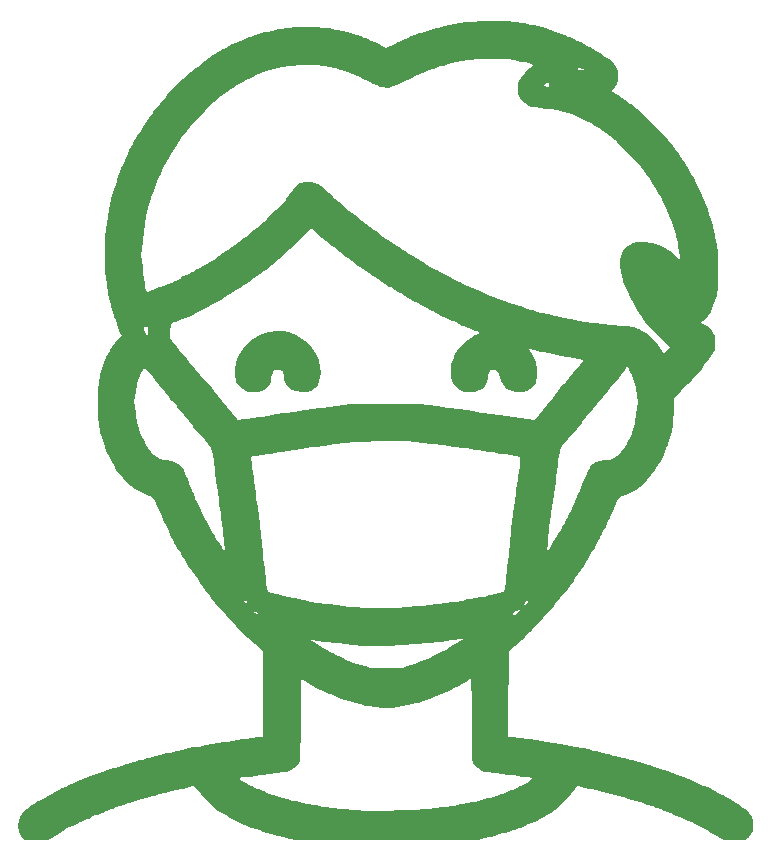
<source format=gto>
G04 #@! TF.GenerationSoftware,KiCad,Pcbnew,6.0.10-86aedd382b~118~ubuntu22.04.1*
G04 #@! TF.CreationDate,2023-01-25T08:31:52-08:00*
G04 #@! TF.ProjectId,covid-dude,636f7669-642d-4647-9564-652e6b696361,rev?*
G04 #@! TF.SameCoordinates,Original*
G04 #@! TF.FileFunction,Legend,Top*
G04 #@! TF.FilePolarity,Positive*
%FSLAX46Y46*%
G04 Gerber Fmt 4.6, Leading zero omitted, Abs format (unit mm)*
G04 Created by KiCad (PCBNEW 6.0.10-86aedd382b~118~ubuntu22.04.1) date 2023-01-25 08:31:52*
%MOMM*%
%LPD*%
G01*
G04 APERTURE LIST*
G04 APERTURE END LIST*
G04 #@! TO.C,G\u002A\u002A\u002A*
G36*
X73531655Y-129512053D02*
G01*
X73693298Y-129461375D01*
X73761832Y-129442802D01*
X73981685Y-129373258D01*
X74194765Y-129286423D01*
X74275867Y-129245506D01*
X74469153Y-129156282D01*
X74692552Y-129078741D01*
X74756058Y-129061734D01*
X74909770Y-129019511D01*
X75141572Y-128949706D01*
X75422508Y-128861295D01*
X75723625Y-128763253D01*
X75787973Y-128741860D01*
X76081517Y-128645436D01*
X76353147Y-128559024D01*
X76576741Y-128490742D01*
X76726177Y-128448703D01*
X76749666Y-128443072D01*
X76894895Y-128403034D01*
X77106780Y-128335207D01*
X77346340Y-128252239D01*
X77418465Y-128226034D01*
X77647509Y-128147260D01*
X77850293Y-128087237D01*
X77993371Y-128055530D01*
X78023989Y-128052889D01*
X78135765Y-128035882D01*
X78322614Y-127990313D01*
X78552625Y-127924356D01*
X78672596Y-127886692D01*
X78933625Y-127807699D01*
X79188377Y-127739789D01*
X79394773Y-127693875D01*
X79453041Y-127684292D01*
X79675121Y-127644283D01*
X79896511Y-127589738D01*
X79945879Y-127574696D01*
X80163533Y-127511869D01*
X80448707Y-127440009D01*
X80757444Y-127369363D01*
X81045786Y-127310184D01*
X81190423Y-127284491D01*
X81365204Y-127246671D01*
X81506843Y-127200310D01*
X81525710Y-127191463D01*
X81641945Y-127152046D01*
X81822407Y-127111774D01*
X81949986Y-127090747D01*
X82488874Y-127009164D01*
X82933427Y-126929611D01*
X83275364Y-126853606D01*
X83345061Y-126834998D01*
X83545943Y-126787617D01*
X83729869Y-126758334D01*
X83797622Y-126753845D01*
X83960382Y-126734570D01*
X84151919Y-126688039D01*
X84188641Y-126676230D01*
X84346730Y-126638072D01*
X84578260Y-126600946D01*
X84843636Y-126570738D01*
X84963970Y-126560941D01*
X85225156Y-126538020D01*
X85464110Y-126508925D01*
X85644273Y-126478443D01*
X85699382Y-126464647D01*
X85861001Y-126424903D01*
X86077395Y-126384472D01*
X86225167Y-126362469D01*
X86470061Y-126328449D01*
X86755049Y-126286009D01*
X86960579Y-126253640D01*
X87216350Y-126218096D01*
X87523427Y-126184163D01*
X87820089Y-126158575D01*
X87851559Y-126156418D01*
X88346548Y-126123644D01*
X88340414Y-118824222D01*
X87657435Y-118231556D01*
X87307280Y-117918898D01*
X92397512Y-117918898D01*
X92474023Y-117978075D01*
X92538987Y-118022188D01*
X92671469Y-118106783D01*
X92879184Y-118233819D01*
X93139199Y-118389618D01*
X93428579Y-118560499D01*
X93724389Y-118732783D01*
X93890423Y-118828277D01*
X94027374Y-118901303D01*
X94242546Y-119009931D01*
X94511465Y-119142387D01*
X94809656Y-119286898D01*
X95112643Y-119431693D01*
X95395953Y-119564999D01*
X95635111Y-119675042D01*
X95805641Y-119750051D01*
X95813808Y-119753450D01*
X96268351Y-119924792D01*
X96724404Y-120057666D01*
X96859761Y-120090755D01*
X97056004Y-120145398D01*
X97228216Y-120207008D01*
X97284037Y-120232745D01*
X97370187Y-120260085D01*
X97520173Y-120281119D01*
X97745124Y-120296499D01*
X98056167Y-120306882D01*
X98464430Y-120312922D01*
X98670601Y-120314336D01*
X99078635Y-120315966D01*
X99394618Y-120314910D01*
X99639637Y-120309265D01*
X99834776Y-120297127D01*
X100001124Y-120276593D01*
X100159766Y-120245759D01*
X100331788Y-120202722D01*
X100537416Y-120145821D01*
X100829671Y-120057153D01*
X101120453Y-119957773D01*
X101369287Y-119862041D01*
X101492912Y-119806831D01*
X101678886Y-119721541D01*
X101833930Y-119661666D01*
X101917189Y-119641237D01*
X102016118Y-119613532D01*
X102197319Y-119537476D01*
X102445088Y-119421181D01*
X102743725Y-119272759D01*
X103077528Y-119100321D01*
X103430796Y-118911979D01*
X103787827Y-118715846D01*
X104132920Y-118520033D01*
X104450374Y-118332651D01*
X104451909Y-118331723D01*
X104727424Y-118164362D01*
X104965084Y-118018669D01*
X105149758Y-117904030D01*
X105266314Y-117829830D01*
X105300461Y-117805380D01*
X105235480Y-117805513D01*
X105084178Y-117818723D01*
X104872189Y-117841797D01*
X104625148Y-117871520D01*
X104368690Y-117904680D01*
X104128449Y-117938062D01*
X103930060Y-117968451D01*
X103799157Y-117992636D01*
X103790200Y-117994726D01*
X103488203Y-118053920D01*
X103090662Y-118108097D01*
X102592790Y-118157757D01*
X101989800Y-118203403D01*
X101527394Y-118231831D01*
X101163248Y-118254378D01*
X100809101Y-118279629D01*
X100492094Y-118305407D01*
X100239365Y-118329538D01*
X100102304Y-118346105D01*
X99932019Y-118362092D01*
X99673594Y-118375241D01*
X99344865Y-118385553D01*
X98963672Y-118393029D01*
X98547851Y-118397669D01*
X98115241Y-118399473D01*
X97683678Y-118398442D01*
X97271002Y-118394577D01*
X96895048Y-118387879D01*
X96573656Y-118378347D01*
X96324662Y-118365982D01*
X96165905Y-118350785D01*
X96139898Y-118345987D01*
X96004672Y-118322960D01*
X95780512Y-118293425D01*
X95491246Y-118260151D01*
X95160696Y-118225911D01*
X94880401Y-118199493D01*
X94359400Y-118152311D01*
X93938898Y-118113310D01*
X93606665Y-118081055D01*
X93350468Y-118054112D01*
X93158078Y-118031047D01*
X93017265Y-118010424D01*
X92915796Y-117990811D01*
X92841443Y-117970771D01*
X92797765Y-117955248D01*
X92627857Y-117908306D01*
X92492877Y-117892889D01*
X92405910Y-117896428D01*
X92397512Y-117918898D01*
X87307280Y-117918898D01*
X87099010Y-117732931D01*
X86558093Y-117223023D01*
X86053041Y-116720168D01*
X85602207Y-116242700D01*
X85223946Y-115808957D01*
X85185441Y-115762111D01*
X85006987Y-115547649D01*
X84917324Y-115444440D01*
X87526242Y-115444440D01*
X87539216Y-115480313D01*
X87561590Y-115510820D01*
X87694638Y-115658825D01*
X87811936Y-115740751D01*
X87893404Y-115743833D01*
X87906348Y-115729976D01*
X87943596Y-115652642D01*
X109490334Y-115652642D01*
X109515959Y-115723895D01*
X109576388Y-115856227D01*
X109728669Y-115731558D01*
X109864168Y-115607266D01*
X109972065Y-115487554D01*
X110063181Y-115368219D01*
X109759355Y-115479891D01*
X109589511Y-115546225D01*
X109506610Y-115597019D01*
X109490334Y-115652642D01*
X87943596Y-115652642D01*
X87946233Y-115647167D01*
X87949690Y-115629562D01*
X87902727Y-115590497D01*
X87783348Y-115531587D01*
X87719602Y-115505271D01*
X87580077Y-115452980D01*
X87526242Y-115444440D01*
X84917324Y-115444440D01*
X84851916Y-115369151D01*
X84734912Y-115242954D01*
X84670662Y-115185395D01*
X84665332Y-115183556D01*
X84612579Y-115141062D01*
X84511755Y-115027313D01*
X84380559Y-114862907D01*
X84313691Y-114774334D01*
X84218578Y-114648278D01*
X86750066Y-114648278D01*
X86796358Y-114726436D01*
X86907590Y-114859573D01*
X86944499Y-114901812D01*
X87069967Y-115043376D01*
X87161930Y-115144007D01*
X87199410Y-115181014D01*
X87182560Y-115137696D01*
X87125840Y-115023629D01*
X87072127Y-114921149D01*
X86992295Y-114757238D01*
X86941672Y-114626196D01*
X86932294Y-114580496D01*
X86910908Y-114531582D01*
X86829516Y-114557250D01*
X86817216Y-114563701D01*
X86759943Y-114601801D01*
X86750066Y-114648278D01*
X84218578Y-114648278D01*
X84143219Y-114548403D01*
X83965640Y-114319141D01*
X83814159Y-114129301D01*
X83788190Y-114097743D01*
X83421152Y-113642513D01*
X83137116Y-113261604D01*
X83042239Y-113123334D01*
X82816153Y-112786929D01*
X82570469Y-112427513D01*
X82327801Y-112077780D01*
X82110765Y-111770421D01*
X82002723Y-111620590D01*
X81693716Y-111170154D01*
X81453454Y-110762408D01*
X81354710Y-110562951D01*
X81273918Y-110410236D01*
X81156736Y-110216991D01*
X81068180Y-110083174D01*
X80959509Y-109908992D01*
X80824298Y-109667763D01*
X80682191Y-109395494D01*
X80586627Y-109200445D01*
X80443836Y-108901435D01*
X80274248Y-108549224D01*
X80101069Y-108191876D01*
X79973497Y-107930445D01*
X79661981Y-107274614D01*
X79407834Y-106694471D01*
X79206409Y-106180667D01*
X79131338Y-105992663D01*
X79057544Y-105880714D01*
X78952441Y-105813161D01*
X78783439Y-105758344D01*
X78766998Y-105753786D01*
X78473336Y-105650387D01*
X78135552Y-105496897D01*
X77796616Y-105315282D01*
X77499499Y-105127512D01*
X77403247Y-105056585D01*
X77141182Y-104831855D01*
X76831614Y-104532080D01*
X76491868Y-104174735D01*
X76166323Y-103808746D01*
X75909190Y-103481551D01*
X75682193Y-103123973D01*
X75466967Y-102711112D01*
X75295304Y-102353376D01*
X75165207Y-102076079D01*
X75068049Y-101858487D01*
X74995206Y-101679866D01*
X74938052Y-101519481D01*
X74887961Y-101356600D01*
X74855711Y-101241778D01*
X74781905Y-100988390D01*
X74697922Y-100722284D01*
X74644220Y-100564445D01*
X74564070Y-100321032D01*
X74500873Y-100079326D01*
X74452807Y-99821806D01*
X74418046Y-99530948D01*
X74394766Y-99189232D01*
X74381144Y-98779135D01*
X74375354Y-98283136D01*
X74374840Y-97977146D01*
X74375738Y-97807973D01*
X77441382Y-97807973D01*
X77466287Y-98050933D01*
X77480012Y-98118604D01*
X77514014Y-98297384D01*
X77550426Y-98546893D01*
X77583434Y-98825271D01*
X77596265Y-98955778D01*
X77674381Y-99485883D01*
X77816238Y-100016160D01*
X78029571Y-100569965D01*
X78322118Y-101170655D01*
X78342653Y-101209249D01*
X78594257Y-101649651D01*
X78831898Y-101992921D01*
X79070267Y-102251136D01*
X79324054Y-102436373D01*
X79607951Y-102560707D01*
X79936647Y-102636217D01*
X80104527Y-102657633D01*
X80600076Y-102741992D01*
X81002955Y-102885072D01*
X81319136Y-103090305D01*
X81554591Y-103361125D01*
X81656607Y-103549799D01*
X81746237Y-103763080D01*
X81849974Y-104029353D01*
X81946731Y-104294324D01*
X81954982Y-104318000D01*
X82048513Y-104575490D01*
X82167510Y-104885842D01*
X82292347Y-105198381D01*
X82348457Y-105334000D01*
X82452933Y-105585056D01*
X82546740Y-105814324D01*
X82617500Y-105991349D01*
X82646658Y-106067778D01*
X82720334Y-106228984D01*
X82822190Y-106406254D01*
X82840165Y-106433658D01*
X82922750Y-106567509D01*
X82968885Y-106663800D01*
X82972383Y-106680473D01*
X82997749Y-106755140D01*
X83066664Y-106907986D01*
X83168355Y-107118163D01*
X83292047Y-107364825D01*
X83426965Y-107627125D01*
X83562335Y-107884217D01*
X83687383Y-108115253D01*
X83791335Y-108299388D01*
X83863416Y-108415774D01*
X83881327Y-108439148D01*
X83964019Y-108556546D01*
X84059751Y-108729923D01*
X84108993Y-108834259D01*
X84164221Y-108940513D01*
X84262001Y-109110329D01*
X84390460Y-109324769D01*
X84537722Y-109564899D01*
X84691912Y-109811783D01*
X84841155Y-110046486D01*
X84973576Y-110250071D01*
X85077301Y-110403604D01*
X85140454Y-110488148D01*
X85152785Y-110498667D01*
X85148720Y-110448751D01*
X85129556Y-110321578D01*
X85114271Y-110230556D01*
X85089906Y-110062731D01*
X85060317Y-109818600D01*
X85029686Y-109534353D01*
X85008246Y-109313334D01*
X84977462Y-108999321D01*
X84942443Y-108675063D01*
X84908334Y-108386881D01*
X84889095Y-108240889D01*
X84853169Y-107966348D01*
X84815261Y-107646651D01*
X84783336Y-107349092D01*
X84782215Y-107337778D01*
X84753080Y-107090061D01*
X84718202Y-106862690D01*
X84684086Y-106696786D01*
X84676675Y-106670494D01*
X84649229Y-106537141D01*
X84620595Y-106323448D01*
X84594639Y-106061849D01*
X84579150Y-105852049D01*
X84555975Y-105571304D01*
X84524334Y-105309634D01*
X84488907Y-105101330D01*
X84463228Y-105002348D01*
X84411259Y-104791644D01*
X84386892Y-104570221D01*
X84386637Y-104550420D01*
X84372541Y-104345206D01*
X84338026Y-104149460D01*
X84332227Y-104127961D01*
X84305423Y-103989790D01*
X84278132Y-103774191D01*
X84254442Y-103516532D01*
X84244228Y-103366334D01*
X84209716Y-102985558D01*
X84153021Y-102594901D01*
X84125297Y-102453371D01*
X87342440Y-102453371D01*
X87353864Y-102600721D01*
X87375108Y-102809973D01*
X87403122Y-103056195D01*
X87434857Y-103314455D01*
X87467265Y-103559821D01*
X87497297Y-103767361D01*
X87521904Y-103912143D01*
X87536448Y-103967527D01*
X87561008Y-104051688D01*
X87589045Y-104213870D01*
X87614637Y-104419595D01*
X87615475Y-104427747D01*
X87675106Y-104995445D01*
X87731854Y-105503328D01*
X87784386Y-105940731D01*
X87831368Y-106296995D01*
X87871469Y-106561456D01*
X87901715Y-106716889D01*
X87944460Y-106920967D01*
X87985818Y-107182928D01*
X88027486Y-107516406D01*
X88071165Y-107935035D01*
X88118553Y-108452449D01*
X88119791Y-108466667D01*
X88150157Y-108800787D01*
X88184405Y-109154068D01*
X88217828Y-109478992D01*
X88240067Y-109680222D01*
X88272573Y-109980728D01*
X88306934Y-110330624D01*
X88337018Y-110666694D01*
X88344077Y-110752667D01*
X88370080Y-111027109D01*
X88401959Y-111289601D01*
X88434521Y-111499678D01*
X88449125Y-111571111D01*
X88476132Y-111728839D01*
X88504390Y-111966181D01*
X88530410Y-112249961D01*
X88549401Y-112524080D01*
X88573702Y-112829892D01*
X88608967Y-113128152D01*
X88650224Y-113382277D01*
X88687458Y-113540080D01*
X88748275Y-113720074D01*
X88806790Y-113821116D01*
X88889374Y-113873454D01*
X89004281Y-113903542D01*
X89154436Y-113937370D01*
X89377989Y-113990139D01*
X89638627Y-114053210D01*
X89789086Y-114090265D01*
X90438288Y-114244017D01*
X91032866Y-114370359D01*
X91429621Y-114444060D01*
X91643669Y-114484884D01*
X91900937Y-114539712D01*
X92080178Y-114581096D01*
X92918448Y-114750258D01*
X93816545Y-114870792D01*
X94164324Y-114902410D01*
X94437768Y-114926716D01*
X94672157Y-114952638D01*
X94843234Y-114977142D01*
X94926742Y-114997194D01*
X94928017Y-114997921D01*
X95039551Y-115032271D01*
X95249838Y-115064353D01*
X95544510Y-115093843D01*
X95909195Y-115120417D01*
X96329525Y-115143749D01*
X96791128Y-115163517D01*
X97279636Y-115179395D01*
X97780679Y-115191060D01*
X98279886Y-115198188D01*
X98762887Y-115200453D01*
X99215314Y-115197532D01*
X99622796Y-115189101D01*
X99970963Y-115174835D01*
X100245445Y-115154410D01*
X100431873Y-115127503D01*
X100452561Y-115122576D01*
X100602177Y-115098601D01*
X100823411Y-115080533D01*
X101074777Y-115071478D01*
X101141847Y-115070982D01*
X101354956Y-115063453D01*
X110354465Y-115063453D01*
X110410914Y-115019363D01*
X110524638Y-114916087D01*
X110537192Y-114904289D01*
X110686403Y-114751441D01*
X110747964Y-114654550D01*
X110733577Y-114608820D01*
X110645274Y-114569405D01*
X110586539Y-114604545D01*
X110530740Y-114731455D01*
X110526876Y-114742446D01*
X110451978Y-114907609D01*
X110367384Y-115038779D01*
X110354465Y-115063453D01*
X101354956Y-115063453D01*
X101430615Y-115060780D01*
X101735342Y-115034176D01*
X101994967Y-114996668D01*
X102018684Y-114992004D01*
X102243599Y-114954780D01*
X102536321Y-114918376D01*
X102851601Y-114888007D01*
X103037392Y-114874568D01*
X103325816Y-114851063D01*
X103601832Y-114818391D01*
X103828186Y-114781475D01*
X103937363Y-114755675D01*
X104153487Y-114709314D01*
X104407148Y-114680385D01*
X104536650Y-114675556D01*
X104752917Y-114661836D01*
X105026388Y-114625482D01*
X105305150Y-114573702D01*
X105362069Y-114560948D01*
X105724082Y-114477422D01*
X106002040Y-114415280D01*
X106221850Y-114369338D01*
X106409418Y-114334412D01*
X106590651Y-114305315D01*
X106760133Y-114281147D01*
X107020576Y-114237980D01*
X107290229Y-114181794D01*
X107467260Y-114136720D01*
X107677450Y-114081026D01*
X107945472Y-114016990D01*
X108217998Y-113957279D01*
X108253471Y-113949987D01*
X108728546Y-113853270D01*
X108804405Y-113572968D01*
X108836204Y-113412914D01*
X108870366Y-113170066D01*
X108903270Y-112874363D01*
X108931296Y-112555742D01*
X108937242Y-112474222D01*
X108960104Y-112170294D01*
X108983822Y-111896801D01*
X109006034Y-111678342D01*
X109024379Y-111539517D01*
X109029356Y-111514667D01*
X109056802Y-111366999D01*
X109091217Y-111122164D01*
X109130900Y-110795549D01*
X109173337Y-110409931D01*
X112337156Y-110409931D01*
X112345840Y-110442222D01*
X112386082Y-110398362D01*
X112473745Y-110280200D01*
X112594248Y-110107863D01*
X112683129Y-109976556D01*
X112914109Y-109629288D01*
X113092045Y-109356650D01*
X113228308Y-109140466D01*
X113334271Y-108962561D01*
X113421307Y-108804760D01*
X113446466Y-108756610D01*
X113531965Y-108598346D01*
X113603579Y-108478241D01*
X113626159Y-108446165D01*
X113676233Y-108365954D01*
X113764639Y-108206326D01*
X113880108Y-107989329D01*
X114011371Y-107737006D01*
X114147156Y-107471404D01*
X114276196Y-107214569D01*
X114387218Y-106988545D01*
X114468955Y-106815379D01*
X114510136Y-106717115D01*
X114510260Y-106716727D01*
X114570332Y-106575452D01*
X114660868Y-106408233D01*
X114679279Y-106378222D01*
X114764048Y-106223550D01*
X114865685Y-106009915D01*
X114959722Y-105789543D01*
X115042508Y-105586057D01*
X115114299Y-105416271D01*
X115160609Y-105314377D01*
X115163000Y-105309765D01*
X115214650Y-105192630D01*
X115266258Y-105051778D01*
X115458160Y-104503502D01*
X115645568Y-104026109D01*
X115824556Y-103627763D01*
X115991203Y-103316628D01*
X116141582Y-103100867D01*
X116252927Y-102999019D01*
X116544187Y-102857250D01*
X116891986Y-102742570D01*
X117242734Y-102670218D01*
X117469921Y-102652889D01*
X117673922Y-102642877D01*
X117842842Y-102602916D01*
X118025862Y-102518119D01*
X118150547Y-102446859D01*
X118321805Y-102336792D01*
X118446011Y-102240478D01*
X118498134Y-102177514D01*
X118498441Y-102174544D01*
X118533469Y-102104049D01*
X118626804Y-101973816D01*
X118760818Y-101807795D01*
X118814152Y-101745574D01*
X118960685Y-101557487D01*
X119117298Y-101324271D01*
X119270060Y-101070864D01*
X119405039Y-100822202D01*
X119508303Y-100603223D01*
X119565921Y-100438865D01*
X119573274Y-100386764D01*
X119590708Y-100294883D01*
X119636784Y-100129683D01*
X119702165Y-99924181D01*
X119714040Y-99889044D01*
X119795530Y-99593970D01*
X119859097Y-99260038D01*
X119886915Y-99018380D01*
X119916042Y-98727186D01*
X119960994Y-98410809D01*
X120009807Y-98148720D01*
X120052686Y-97936708D01*
X120071308Y-97770335D01*
X120065503Y-97606060D01*
X120035100Y-97400345D01*
X120006267Y-97245609D01*
X119962922Y-96999607D01*
X119930180Y-96775107D01*
X119913425Y-96610446D01*
X119912319Y-96576499D01*
X119891343Y-96450603D01*
X119834487Y-96247568D01*
X119751355Y-95993622D01*
X119651554Y-95714990D01*
X119544687Y-95437898D01*
X119440359Y-95188573D01*
X119348177Y-94993240D01*
X119303502Y-94914140D01*
X119191917Y-94738295D01*
X119085602Y-94891170D01*
X118982077Y-95029242D01*
X118847494Y-95195633D01*
X118795434Y-95256974D01*
X118688707Y-95391776D01*
X118622374Y-95497109D01*
X118611581Y-95529772D01*
X118574706Y-95595971D01*
X118476795Y-95718502D01*
X118336920Y-95873977D01*
X118294943Y-95918042D01*
X118120880Y-96104258D01*
X117957803Y-96288378D01*
X117838509Y-96433269D01*
X117830378Y-96444000D01*
X117707252Y-96600673D01*
X117551332Y-96788998D01*
X117454031Y-96902149D01*
X117299888Y-97082135D01*
X117115847Y-97302929D01*
X116942761Y-97515479D01*
X116826880Y-97659025D01*
X116711606Y-97799239D01*
X116583553Y-97951856D01*
X116429331Y-98132613D01*
X116235553Y-98357244D01*
X115988831Y-98641487D01*
X115806431Y-98851078D01*
X115656261Y-99030607D01*
X115528460Y-99196022D01*
X115448446Y-99314269D01*
X115443817Y-99322667D01*
X115329257Y-99498864D01*
X115144015Y-99734652D01*
X114901362Y-100013942D01*
X114658605Y-100274852D01*
X114471033Y-100480078D01*
X114279782Y-100704075D01*
X114136586Y-100884895D01*
X114015427Y-101041624D01*
X113915750Y-101160183D01*
X113863953Y-101210926D01*
X113761356Y-101312907D01*
X113647497Y-101481049D01*
X113545291Y-101673897D01*
X113477655Y-101849997D01*
X113463084Y-101936052D01*
X113445801Y-102099933D01*
X113402833Y-102305023D01*
X113378229Y-102393749D01*
X113327788Y-102621521D01*
X113297075Y-102879094D01*
X113292849Y-102986415D01*
X113282058Y-103222994D01*
X113255496Y-103496672D01*
X113231402Y-103668889D01*
X113171097Y-104051129D01*
X113101363Y-104518685D01*
X113025911Y-105044748D01*
X112948454Y-105602509D01*
X112872704Y-106165161D01*
X112802374Y-106705894D01*
X112741176Y-107197899D01*
X112731164Y-107281334D01*
X112697974Y-107516484D01*
X112657570Y-107743528D01*
X112628411Y-107874000D01*
X112601081Y-108023149D01*
X112573001Y-108251252D01*
X112547878Y-108524462D01*
X112532618Y-108748889D01*
X112503760Y-109164979D01*
X112466419Y-109562264D01*
X112423633Y-109914273D01*
X112378443Y-110194535D01*
X112353515Y-110309096D01*
X112337156Y-110409931D01*
X109173337Y-110409931D01*
X109174150Y-110402545D01*
X109219266Y-109958539D01*
X109264547Y-109478922D01*
X109303900Y-109031111D01*
X109335464Y-108681070D01*
X109368508Y-108353336D01*
X109400417Y-108071201D01*
X109428579Y-107857956D01*
X109448091Y-107746190D01*
X109485018Y-107527050D01*
X109503346Y-107301559D01*
X109503786Y-107270115D01*
X109518690Y-107075879D01*
X109556684Y-106842548D01*
X109584256Y-106720592D01*
X109620124Y-106541520D01*
X109658888Y-106283769D01*
X109695966Y-105981303D01*
X109726779Y-105668085D01*
X109727728Y-105656859D01*
X109755388Y-105364945D01*
X109785949Y-105102971D01*
X109815954Y-104897193D01*
X109841946Y-104773867D01*
X109845253Y-104764185D01*
X109877869Y-104621798D01*
X109897351Y-104427095D01*
X109899777Y-104337124D01*
X109916458Y-104103347D01*
X109958429Y-103850062D01*
X109979736Y-103762243D01*
X110019467Y-103571995D01*
X110056902Y-103313811D01*
X110085932Y-103032582D01*
X110093765Y-102924592D01*
X110127835Y-102377850D01*
X109858238Y-102343916D01*
X109643341Y-102310492D01*
X109435694Y-102268440D01*
X109384082Y-102255658D01*
X109197839Y-102222146D01*
X108975243Y-102203035D01*
X108899361Y-102201334D01*
X108664481Y-102183993D01*
X108414186Y-102140582D01*
X108340223Y-102121758D01*
X108141385Y-102076919D01*
X107883971Y-102034697D01*
X107622371Y-102003961D01*
X107612595Y-102003097D01*
X107356236Y-101973394D01*
X107105967Y-101932215D01*
X106913722Y-101888181D01*
X106905468Y-101885727D01*
X106691267Y-101836049D01*
X106474432Y-101808255D01*
X106420712Y-101806222D01*
X106225092Y-101787978D01*
X105999395Y-101743500D01*
X105916733Y-101720945D01*
X105688482Y-101670781D01*
X105430362Y-101640540D01*
X105322746Y-101636562D01*
X105077536Y-101625564D01*
X104803485Y-101597883D01*
X104667037Y-101577684D01*
X104441863Y-101538916D01*
X104161184Y-101490698D01*
X103881011Y-101442649D01*
X103846770Y-101436784D01*
X103617599Y-101402634D01*
X103309366Y-101363876D01*
X102955828Y-101324400D01*
X102590744Y-101288093D01*
X102432516Y-101273896D01*
X102076449Y-101241544D01*
X101719879Y-101206291D01*
X101395497Y-101171560D01*
X101135998Y-101140777D01*
X101046548Y-101128760D01*
X100781142Y-101102548D01*
X100422540Y-101084616D01*
X99985696Y-101074454D01*
X99485563Y-101071555D01*
X98937092Y-101075408D01*
X98355236Y-101085506D01*
X97754948Y-101101339D01*
X97151181Y-101122398D01*
X96558888Y-101148175D01*
X95993020Y-101178162D01*
X95468531Y-101211848D01*
X95000373Y-101248725D01*
X94603499Y-101288285D01*
X94292861Y-101330019D01*
X94116703Y-101364576D01*
X93882411Y-101416904D01*
X93617217Y-101463945D01*
X93297123Y-101509319D01*
X92898130Y-101556644D01*
X92702450Y-101577846D01*
X92404713Y-101611554D01*
X92102077Y-101649341D01*
X91841459Y-101685214D01*
X91740757Y-101700691D01*
X91468622Y-101742547D01*
X91169722Y-101784978D01*
X91005345Y-101806572D01*
X90782152Y-101839639D01*
X90578669Y-101878381D01*
X90463565Y-101907354D01*
X90325087Y-101938095D01*
X90114046Y-101970519D01*
X89870755Y-101998636D01*
X89813008Y-102003994D01*
X89573759Y-102029908D01*
X89362858Y-102061384D01*
X89217666Y-102092612D01*
X89195100Y-102100047D01*
X89069585Y-102133189D01*
X88872539Y-102169402D01*
X88645076Y-102201202D01*
X88629398Y-102203032D01*
X88383244Y-102233111D01*
X88118089Y-102268325D01*
X87858321Y-102305073D01*
X87628325Y-102339756D01*
X87452489Y-102368771D01*
X87355200Y-102388518D01*
X87343884Y-102392855D01*
X87342440Y-102453371D01*
X84125297Y-102453371D01*
X84079811Y-102221167D01*
X83995752Y-101891160D01*
X83906513Y-101631686D01*
X83854801Y-101524398D01*
X83698848Y-101292040D01*
X83466688Y-101001436D01*
X83169567Y-100665965D01*
X82859242Y-100340128D01*
X82682733Y-100153315D01*
X82527050Y-99976061D01*
X82417220Y-99837325D01*
X82391856Y-99799308D01*
X82238332Y-99554296D01*
X82084884Y-99337557D01*
X81905348Y-99114810D01*
X81673562Y-98851772D01*
X81642984Y-98818061D01*
X81444785Y-98594910D01*
X81246794Y-98363418D01*
X81080108Y-98160264D01*
X81020712Y-98084065D01*
X80859935Y-97882867D01*
X80665017Y-97653998D01*
X80497438Y-97467983D01*
X80356161Y-97312027D01*
X80251328Y-97187124D01*
X80201981Y-97116191D01*
X80200445Y-97110505D01*
X80166446Y-97050602D01*
X80078419Y-96931595D01*
X79957319Y-96778914D01*
X79824102Y-96617991D01*
X79699722Y-96474257D01*
X79605135Y-96373143D01*
X79565844Y-96340353D01*
X79514419Y-96289440D01*
X79413492Y-96168300D01*
X79280192Y-95997944D01*
X79197726Y-95888797D01*
X78906368Y-95506538D01*
X78671191Y-95216373D01*
X78488644Y-95014526D01*
X78355174Y-94897218D01*
X78267229Y-94860670D01*
X78240349Y-94870533D01*
X78173557Y-94958392D01*
X78163708Y-94997467D01*
X78135603Y-95082501D01*
X78065841Y-95216103D01*
X78040131Y-95258667D01*
X77893346Y-95540486D01*
X77764902Y-95890635D01*
X77652092Y-96319714D01*
X77552212Y-96838321D01*
X77462556Y-97457054D01*
X77446990Y-97582382D01*
X77441382Y-97807973D01*
X74375738Y-97807973D01*
X74377810Y-97417515D01*
X74386625Y-96952438D01*
X74402565Y-96563674D01*
X74426910Y-96232980D01*
X74460940Y-95942115D01*
X74505934Y-95672836D01*
X74551707Y-95456222D01*
X74641962Y-95110919D01*
X74757466Y-94741263D01*
X74887373Y-94376630D01*
X75020838Y-94046393D01*
X75147013Y-93779926D01*
X75212729Y-93665942D01*
X75353201Y-93445711D01*
X75498750Y-93214749D01*
X75586792Y-93073275D01*
X75782763Y-92779505D01*
X75896815Y-92634000D01*
X78503340Y-92634000D01*
X78531625Y-92662222D01*
X78559911Y-92634000D01*
X78531625Y-92605778D01*
X78503340Y-92634000D01*
X75896815Y-92634000D01*
X75976458Y-92532394D01*
X76151124Y-92351841D01*
X76262644Y-92270409D01*
X76352814Y-92211924D01*
X76369822Y-92145305D01*
X76324537Y-92024943D01*
X76322324Y-92020013D01*
X76266694Y-91887407D01*
X76182084Y-91675267D01*
X76096418Y-91455635D01*
X78226179Y-91455635D01*
X78237850Y-91509937D01*
X78283541Y-91634651D01*
X78349678Y-91797775D01*
X78422689Y-91967305D01*
X78488998Y-92111240D01*
X78535034Y-92197575D01*
X78545768Y-92209149D01*
X78550678Y-92171992D01*
X80441372Y-92171992D01*
X80482346Y-92312194D01*
X80549715Y-92416852D01*
X80665286Y-92574557D01*
X80800943Y-92761533D01*
X80851002Y-92831017D01*
X81026351Y-93061160D01*
X81253166Y-93338850D01*
X81503683Y-93631044D01*
X81750142Y-93904698D01*
X81779658Y-93936358D01*
X81924042Y-94100414D01*
X82051623Y-94261830D01*
X82100007Y-94331469D01*
X82179754Y-94443065D01*
X82312490Y-94614466D01*
X82477727Y-94819638D01*
X82607656Y-94976445D01*
X82799052Y-95207610D01*
X82988113Y-95441223D01*
X83147726Y-95643545D01*
X83219987Y-95738445D01*
X83379706Y-95927953D01*
X83561918Y-96107964D01*
X83665713Y-96193332D01*
X83832748Y-96345438D01*
X83998245Y-96542851D01*
X84073471Y-96655201D01*
X84175774Y-96808016D01*
X84334639Y-97022535D01*
X84531696Y-97275883D01*
X84748574Y-97545185D01*
X84966901Y-97807565D01*
X85168307Y-98040149D01*
X85309083Y-98193778D01*
X85396723Y-98292623D01*
X85532934Y-98453841D01*
X85696219Y-98651172D01*
X85865080Y-98858354D01*
X86018020Y-99049127D01*
X86133542Y-99197228D01*
X86164915Y-99239266D01*
X86250773Y-99283520D01*
X86352451Y-99260857D01*
X86486668Y-99231314D01*
X86678891Y-99212869D01*
X86790868Y-99209778D01*
X86998126Y-99198131D01*
X87184138Y-99168504D01*
X87253889Y-99148140D01*
X87376818Y-99117313D01*
X87580241Y-99083722D01*
X87831767Y-99052229D01*
X88007127Y-99035063D01*
X88305263Y-99004160D01*
X88608250Y-98964294D01*
X88868989Y-98921985D01*
X88968819Y-98901946D01*
X89517107Y-98790398D01*
X90031103Y-98710152D01*
X90581451Y-98650309D01*
X90625133Y-98646430D01*
X90888014Y-98618987D01*
X91123882Y-98586475D01*
X91299932Y-98553808D01*
X91364447Y-98535709D01*
X91530398Y-98495080D01*
X91723602Y-98476173D01*
X91740757Y-98476000D01*
X91929866Y-98460622D01*
X92098324Y-98423127D01*
X92111393Y-98418444D01*
X92225261Y-98391810D01*
X92424340Y-98361426D01*
X92680946Y-98330973D01*
X92967394Y-98304130D01*
X92977771Y-98303289D01*
X93277773Y-98275847D01*
X93561606Y-98244098D01*
X93796676Y-98212035D01*
X93946993Y-98184482D01*
X94131290Y-98148272D01*
X94377482Y-98110405D01*
X94634719Y-98078639D01*
X94654120Y-98076607D01*
X94910027Y-98046245D01*
X95158935Y-98010118D01*
X95350012Y-97975661D01*
X95361247Y-97973206D01*
X95472478Y-97961289D01*
X95683917Y-97950862D01*
X95982640Y-97941922D01*
X96355723Y-97934466D01*
X96790243Y-97928490D01*
X97273277Y-97923992D01*
X97791902Y-97920968D01*
X98333193Y-97919416D01*
X98884229Y-97919331D01*
X99432085Y-97920712D01*
X99963839Y-97923554D01*
X100466566Y-97927854D01*
X100927344Y-97933610D01*
X101333250Y-97940818D01*
X101671359Y-97949475D01*
X101928750Y-97959578D01*
X102092497Y-97971124D01*
X102121380Y-97974860D01*
X102352024Y-98007975D01*
X102635454Y-98043874D01*
X102911792Y-98074989D01*
X102921576Y-98075999D01*
X103143798Y-98102609D01*
X103324691Y-98131213D01*
X103432823Y-98156634D01*
X103445507Y-98162305D01*
X103521455Y-98180934D01*
X103688903Y-98206466D01*
X103926626Y-98236141D01*
X104213401Y-98267199D01*
X104370701Y-98282588D01*
X104676400Y-98313108D01*
X104945930Y-98343159D01*
X105157387Y-98370056D01*
X105288867Y-98391119D01*
X105317594Y-98398551D01*
X105415771Y-98422604D01*
X105587276Y-98450865D01*
X105770156Y-98474276D01*
X106012992Y-98506997D01*
X106254225Y-98548357D01*
X106392427Y-98577865D01*
X106565435Y-98612192D01*
X106808603Y-98650149D01*
X107079399Y-98685336D01*
X107184409Y-98697042D01*
X107497066Y-98734332D01*
X107839780Y-98781900D01*
X108147993Y-98830664D01*
X108202672Y-98840276D01*
X108502495Y-98891221D01*
X108833549Y-98942873D01*
X109126087Y-98984368D01*
X109136080Y-98985674D01*
X109422307Y-99024060D01*
X109730870Y-99067235D01*
X109984632Y-99104316D01*
X110266614Y-99143727D01*
X110579251Y-99182762D01*
X110779764Y-99205055D01*
X110985244Y-99229586D01*
X111146827Y-99255232D01*
X111230879Y-99276615D01*
X111232325Y-99277406D01*
X111291950Y-99253029D01*
X111395442Y-99158573D01*
X111512026Y-99024608D01*
X111673061Y-98828436D01*
X111865333Y-98602779D01*
X112022034Y-98424758D01*
X112368056Y-98028286D01*
X112652973Y-97677661D01*
X112866456Y-97385741D01*
X112910360Y-97318889D01*
X113033610Y-97146699D01*
X113165869Y-96992254D01*
X113201862Y-96956741D01*
X113320594Y-96817655D01*
X113436496Y-96637130D01*
X113465267Y-96581875D01*
X113606127Y-96375212D01*
X113792620Y-96203802D01*
X113803814Y-96196240D01*
X113963692Y-96070870D01*
X114095097Y-95934534D01*
X114124434Y-95893773D01*
X114222831Y-95755036D01*
X114355212Y-95588957D01*
X114408659Y-95526615D01*
X114516594Y-95393768D01*
X114583904Y-95291266D01*
X114595100Y-95259834D01*
X114631887Y-95195011D01*
X114728878Y-95075185D01*
X114866014Y-94924918D01*
X114883043Y-94907219D01*
X115143037Y-94628030D01*
X115319876Y-94414268D01*
X115412012Y-94267980D01*
X115421003Y-94195321D01*
X115352170Y-94163647D01*
X115202861Y-94130862D01*
X115006020Y-94104138D01*
X114754790Y-94070232D01*
X114500701Y-94022821D01*
X114344409Y-93984590D01*
X114127407Y-93935518D01*
X113909919Y-93906958D01*
X113838989Y-93904000D01*
X113601553Y-93881948D01*
X113279323Y-93818487D01*
X112891067Y-93717660D01*
X112671715Y-93652547D01*
X112465487Y-93600394D01*
X112217531Y-93553223D01*
X112078750Y-93533310D01*
X111857693Y-93494933D01*
X111584067Y-93430873D01*
X111311665Y-93353926D01*
X111272421Y-93341478D01*
X111049570Y-93270621D01*
X110917065Y-93233838D01*
X110857881Y-93229618D01*
X110854992Y-93256450D01*
X110887438Y-93307284D01*
X111206723Y-93841590D01*
X111417521Y-94396388D01*
X111524290Y-94985588D01*
X111540311Y-95343565D01*
X111529135Y-95687719D01*
X111489384Y-95949437D01*
X111411724Y-96157528D01*
X111286820Y-96340801D01*
X111179740Y-96456420D01*
X110948681Y-96637324D01*
X110659761Y-96792608D01*
X110355712Y-96903530D01*
X110079265Y-96951348D01*
X110049909Y-96951956D01*
X109783621Y-96928734D01*
X109491385Y-96867047D01*
X109217670Y-96778976D01*
X109006941Y-96676603D01*
X108986819Y-96663105D01*
X108808279Y-96488725D01*
X108638547Y-96236459D01*
X108497550Y-95940763D01*
X108412699Y-95670399D01*
X108337776Y-95389468D01*
X108256506Y-95203183D01*
X108153481Y-95093661D01*
X108013294Y-95043022D01*
X107863400Y-95032889D01*
X107689312Y-95040383D01*
X107589269Y-95074018D01*
X107524566Y-95150525D01*
X107504334Y-95188111D01*
X107452671Y-95326642D01*
X107398812Y-95528508D01*
X107362165Y-95708106D01*
X107260487Y-96093137D01*
X107098175Y-96392819D01*
X106864228Y-96623247D01*
X106646993Y-96754445D01*
X106466626Y-96838540D01*
X106314771Y-96888144D01*
X106150076Y-96911149D01*
X105931189Y-96915450D01*
X105813303Y-96913581D01*
X105550429Y-96902887D01*
X105360345Y-96877946D01*
X105202838Y-96830110D01*
X105037697Y-96750736D01*
X105025683Y-96744247D01*
X104704660Y-96506917D01*
X104454941Y-96182280D01*
X104324281Y-95906919D01*
X104278594Y-95753819D01*
X104253123Y-95571165D01*
X104245416Y-95330197D01*
X104251265Y-95050423D01*
X104263269Y-94772370D01*
X104282727Y-94567903D01*
X104319078Y-94397734D01*
X104381762Y-94222578D01*
X104480217Y-94003148D01*
X104526349Y-93905512D01*
X104792693Y-93418230D01*
X105099194Y-93008267D01*
X105465318Y-92656102D01*
X105910530Y-92342216D01*
X106305364Y-92121558D01*
X106509370Y-92014869D01*
X106625802Y-91945085D01*
X106668424Y-91898910D01*
X106651000Y-91863046D01*
X106603804Y-91833246D01*
X106473309Y-91777828D01*
X106392427Y-91761133D01*
X106300085Y-91736774D01*
X106142309Y-91675104D01*
X105968151Y-91596435D01*
X105750176Y-91497691D01*
X105535147Y-91409505D01*
X105404220Y-91362518D01*
X105217180Y-91288142D01*
X105006027Y-91183159D01*
X104923374Y-91135709D01*
X104706409Y-91020220D01*
X104467119Y-90915680D01*
X104388270Y-90887088D01*
X104194244Y-90816628D01*
X104021922Y-90744632D01*
X103963993Y-90716390D01*
X103864396Y-90665128D01*
X103684506Y-90574363D01*
X103445425Y-90454675D01*
X103168257Y-90316642D01*
X102998218Y-90232273D01*
X102706861Y-90085880D01*
X102440174Y-89948137D01*
X102219771Y-89830488D01*
X102067260Y-89744373D01*
X102019284Y-89713989D01*
X101888586Y-89631986D01*
X101697177Y-89523649D01*
X101486029Y-89412150D01*
X101481867Y-89410038D01*
X101268835Y-89299472D01*
X101072438Y-89193254D01*
X100934736Y-89114136D01*
X100933407Y-89113318D01*
X100810303Y-89038372D01*
X100621656Y-88924612D01*
X100399078Y-88791072D01*
X100282850Y-88721583D01*
X100032297Y-88571581D01*
X99777442Y-88418344D01*
X99560792Y-88287451D01*
X99496250Y-88248237D01*
X99318838Y-88143516D01*
X99168534Y-88060638D01*
X99091459Y-88023458D01*
X99017008Y-87981319D01*
X98864416Y-87885103D01*
X98648779Y-87744681D01*
X98385193Y-87569923D01*
X98088755Y-87370702D01*
X97969227Y-87289680D01*
X97643151Y-87068376D01*
X97324837Y-86852807D01*
X97034577Y-86656677D01*
X96792658Y-86493694D01*
X96619370Y-86377562D01*
X96592057Y-86359386D01*
X96390276Y-86221324D01*
X96201986Y-86085628D01*
X96068374Y-85982014D01*
X95913767Y-85852212D01*
X95738408Y-85704783D01*
X95693200Y-85666738D01*
X95559880Y-85564266D01*
X95456829Y-85502240D01*
X95428519Y-85493778D01*
X95356180Y-85457769D01*
X95237129Y-85365883D01*
X95160622Y-85297404D01*
X94877827Y-85040136D01*
X94612532Y-84815316D01*
X94384176Y-84638668D01*
X94212203Y-84525913D01*
X94195814Y-84517184D01*
X94043456Y-84414480D01*
X93886446Y-84273208D01*
X93854436Y-84238546D01*
X93704065Y-84099248D01*
X93539248Y-83990261D01*
X93503174Y-83973391D01*
X93344175Y-83875523D01*
X93195072Y-83734947D01*
X93176287Y-83711627D01*
X93054916Y-83577990D01*
X92882282Y-83417485D01*
X92726665Y-83289312D01*
X92418589Y-83052161D01*
X92122101Y-83322255D01*
X91968509Y-83466317D01*
X91761563Y-83666163D01*
X91526906Y-83896766D01*
X91290185Y-84133101D01*
X91259911Y-84163633D01*
X90948519Y-84473427D01*
X90621965Y-84790070D01*
X90295612Y-85099363D01*
X89984825Y-85387108D01*
X89704971Y-85639104D01*
X89471414Y-85841153D01*
X89299519Y-85979055D01*
X89279955Y-85993364D01*
X89109449Y-86127147D01*
X88953507Y-86267610D01*
X88912249Y-86310065D01*
X88760495Y-86444063D01*
X88584134Y-86559902D01*
X88572828Y-86565826D01*
X88424381Y-86653101D01*
X88230824Y-86781513D01*
X88047841Y-86913110D01*
X87835117Y-87070703D01*
X87581717Y-87255114D01*
X87339697Y-87428485D01*
X87321866Y-87441111D01*
X87112514Y-87591421D01*
X86915724Y-87736518D01*
X86767437Y-87849814D01*
X86743735Y-87868770D01*
X86593841Y-87978495D01*
X86396034Y-88108239D01*
X86253452Y-88194503D01*
X86071453Y-88302967D01*
X85831196Y-88450272D01*
X85569327Y-88613808D01*
X85404899Y-88718087D01*
X85120225Y-88893161D01*
X84783870Y-89089774D01*
X84445508Y-89279293D01*
X84245211Y-89386583D01*
X83972575Y-89531382D01*
X83706630Y-89676651D01*
X83480085Y-89804298D01*
X83340089Y-89887190D01*
X83031587Y-90063110D01*
X82646369Y-90259434D01*
X82215519Y-90462293D01*
X81770119Y-90657817D01*
X81341254Y-90832136D01*
X80960006Y-90971380D01*
X80786577Y-91026602D01*
X80653399Y-91071001D01*
X80579897Y-91125361D01*
X80542874Y-91223007D01*
X80519134Y-91397265D01*
X80517348Y-91413388D01*
X80490519Y-91649175D01*
X80462220Y-91887568D01*
X80450196Y-91984889D01*
X80441372Y-92171992D01*
X78550678Y-92171992D01*
X78552519Y-92158063D01*
X78557517Y-92021517D01*
X78559846Y-91826938D01*
X78559911Y-91786258D01*
X78559911Y-91361849D01*
X78404343Y-91399087D01*
X78283735Y-91432369D01*
X78226179Y-91455635D01*
X76096418Y-91455635D01*
X76078614Y-91409989D01*
X75966407Y-91117973D01*
X75855583Y-90825615D01*
X75756263Y-90559315D01*
X75678568Y-90345469D01*
X75659624Y-90291556D01*
X75608771Y-90123777D01*
X75545553Y-89884739D01*
X75480124Y-89613813D01*
X75448535Y-89473111D01*
X75390671Y-89218889D01*
X75334846Y-88993207D01*
X75289056Y-88827493D01*
X75269479Y-88769307D01*
X75246044Y-88688326D01*
X75219132Y-88549204D01*
X75187550Y-88342938D01*
X75150107Y-88060523D01*
X75105610Y-87692956D01*
X75052867Y-87231235D01*
X74990686Y-86666354D01*
X74989006Y-86650889D01*
X74970870Y-86406576D01*
X74959036Y-86082273D01*
X74953142Y-85699408D01*
X74952860Y-85324903D01*
X78015282Y-85324903D01*
X78045078Y-85524022D01*
X78073495Y-85655601D01*
X78122180Y-85933758D01*
X78155254Y-86246085D01*
X78164532Y-86464476D01*
X78177182Y-86719087D01*
X78209553Y-86973851D01*
X78249387Y-87153749D01*
X78301721Y-87387040D01*
X78331225Y-87637200D01*
X78333630Y-87711644D01*
X78346546Y-87919034D01*
X78380253Y-88123850D01*
X78427188Y-88296040D01*
X78479789Y-88405548D01*
X78514112Y-88428889D01*
X78593614Y-88408064D01*
X78730409Y-88356239D01*
X78773866Y-88337873D01*
X78952207Y-88266754D01*
X79174121Y-88186175D01*
X79295323Y-88145170D01*
X79605848Y-88037794D01*
X79937947Y-87912933D01*
X80273345Y-87778566D01*
X80593766Y-87642676D01*
X80880934Y-87513243D01*
X81116574Y-87398248D01*
X81282411Y-87305673D01*
X81360169Y-87243498D01*
X81360228Y-87243403D01*
X81426394Y-87197548D01*
X81562677Y-87133070D01*
X81657712Y-87094990D01*
X81831534Y-87018314D01*
X82060042Y-86902434D01*
X82302274Y-86768448D01*
X82378396Y-86723763D01*
X82583016Y-86605407D01*
X82754304Y-86513369D01*
X82867158Y-86460807D01*
X82894041Y-86453441D01*
X82979579Y-86421027D01*
X83097566Y-86343105D01*
X83099054Y-86341940D01*
X83175700Y-86284932D01*
X83270722Y-86222097D01*
X83402351Y-86142579D01*
X83588818Y-86035519D01*
X83848353Y-85890062D01*
X83990646Y-85810959D01*
X84149135Y-85715614D01*
X84364197Y-85576459D01*
X84601054Y-85416288D01*
X84726058Y-85328885D01*
X84965820Y-85160143D01*
X85207115Y-84992284D01*
X85412575Y-84851229D01*
X85490488Y-84798653D01*
X85695056Y-84656921D01*
X85927963Y-84488247D01*
X86084475Y-84370586D01*
X86265000Y-84232636D01*
X86499848Y-84054312D01*
X86752867Y-83863023D01*
X86904009Y-83749184D01*
X87134424Y-83570273D01*
X87352285Y-83391172D01*
X87528318Y-83236454D01*
X87611135Y-83155648D01*
X87785882Y-82991418D01*
X87983877Y-82835125D01*
X88044181Y-82794123D01*
X88189224Y-82683858D01*
X88407122Y-82493079D01*
X88694657Y-82224839D01*
X89048615Y-81882188D01*
X89465778Y-81468176D01*
X89839435Y-81091111D01*
X90037284Y-80873671D01*
X90244396Y-80620356D01*
X90391399Y-80420740D01*
X90546500Y-80194543D01*
X90709563Y-79957531D01*
X90835634Y-79774972D01*
X91115240Y-79465745D01*
X91457980Y-79245282D01*
X91850996Y-79118713D01*
X92281429Y-79091169D01*
X92492602Y-79113827D01*
X92739993Y-79177362D01*
X92995911Y-79294336D01*
X93273488Y-79473623D01*
X93585858Y-79724093D01*
X93946152Y-80054617D01*
X94083931Y-80188807D01*
X94282229Y-80380374D01*
X94465095Y-80549987D01*
X94609646Y-80676820D01*
X94682405Y-80733543D01*
X94790951Y-80816915D01*
X94949968Y-80952226D01*
X95128537Y-81112999D01*
X95163251Y-81145295D01*
X95387293Y-81343257D01*
X95649057Y-81557528D01*
X95892065Y-81741887D01*
X95893189Y-81742692D01*
X96121302Y-81913289D01*
X96386340Y-82122274D01*
X96641307Y-82332331D01*
X96713457Y-82393996D01*
X96911511Y-82560883D01*
X97091798Y-82705075D01*
X97228423Y-82806222D01*
X97277191Y-82837005D01*
X97387591Y-82906509D01*
X97552269Y-83022299D01*
X97737045Y-83160278D01*
X97750967Y-83171009D01*
X98035250Y-83390021D01*
X98247410Y-83551607D01*
X98404249Y-83668137D01*
X98522566Y-83751981D01*
X98619165Y-83815509D01*
X98663661Y-83842970D01*
X98783978Y-83920445D01*
X98964170Y-84041853D01*
X99172103Y-84185433D01*
X99249855Y-84239974D01*
X99466780Y-84389031D01*
X99675242Y-84525758D01*
X99839706Y-84627046D01*
X99879067Y-84649186D01*
X100030771Y-84740294D01*
X100228590Y-84871493D01*
X100424276Y-85010451D01*
X100704696Y-85207201D01*
X101052913Y-85435868D01*
X101444535Y-85681836D01*
X101855170Y-85930486D01*
X102260427Y-86167202D01*
X102635914Y-86377366D01*
X102957240Y-86546361D01*
X103111358Y-86620755D01*
X103335588Y-86728520D01*
X103541000Y-86835625D01*
X103688552Y-86921561D01*
X103705345Y-86932777D01*
X103801254Y-86989760D01*
X103971536Y-87082004D01*
X104196752Y-87199770D01*
X104457461Y-87333324D01*
X104734223Y-87472926D01*
X105007598Y-87608841D01*
X105258144Y-87731332D01*
X105466423Y-87830660D01*
X105612993Y-87897090D01*
X105678134Y-87920889D01*
X105741035Y-87943645D01*
X105883960Y-88005410D01*
X106084891Y-88096427D01*
X106294023Y-88193824D01*
X106673205Y-88368377D01*
X107042740Y-88530951D01*
X107381812Y-88672932D01*
X107669605Y-88785704D01*
X107885304Y-88860651D01*
X107948107Y-88878455D01*
X108086277Y-88924125D01*
X108282613Y-89002100D01*
X108485523Y-89091391D01*
X108786614Y-89219671D01*
X109144603Y-89355345D01*
X109513847Y-89482315D01*
X109848705Y-89584480D01*
X109984632Y-89620179D01*
X110170420Y-89672791D01*
X110396240Y-89746788D01*
X110522049Y-89792100D01*
X110768279Y-89875253D01*
X111038045Y-89952784D01*
X111153510Y-89981099D01*
X111351929Y-90030121D01*
X111614760Y-90101026D01*
X111898464Y-90181898D01*
X112030347Y-90221083D01*
X112451773Y-90344786D01*
X112780015Y-90432830D01*
X113028150Y-90488324D01*
X113209255Y-90514374D01*
X113276642Y-90517334D01*
X113408484Y-90533121D01*
X113603578Y-90574313D01*
X113799104Y-90626208D01*
X113988078Y-90678255D01*
X114189507Y-90725868D01*
X114426396Y-90773568D01*
X114721751Y-90825878D01*
X115098579Y-90887317D01*
X115245657Y-90910512D01*
X115486200Y-90951493D01*
X115741952Y-90999759D01*
X115811358Y-91013881D01*
X115989059Y-91042319D01*
X116240878Y-91071569D01*
X116527907Y-91097473D01*
X116716481Y-91110640D01*
X116992977Y-91131163D01*
X117247594Y-91156751D01*
X117446781Y-91183677D01*
X117536748Y-91201723D01*
X117661154Y-91223263D01*
X117873758Y-91247510D01*
X118149729Y-91272132D01*
X118464239Y-91294797D01*
X118639866Y-91305319D01*
X119017493Y-91329153D01*
X119307044Y-91355380D01*
X119533578Y-91387691D01*
X119722152Y-91429781D01*
X119897825Y-91485343D01*
X119922863Y-91494424D01*
X120174225Y-91604238D01*
X120459286Y-91756637D01*
X120754785Y-91936046D01*
X121037460Y-92126890D01*
X121284047Y-92313593D01*
X121471286Y-92480580D01*
X121565860Y-92594503D01*
X121657200Y-92735832D01*
X121790895Y-92934522D01*
X121943583Y-93156040D01*
X122005790Y-93244790D01*
X122150197Y-93447597D01*
X122245403Y-93570063D01*
X122306821Y-93624515D01*
X122349863Y-93623279D01*
X122389942Y-93578684D01*
X122401781Y-93561504D01*
X122499847Y-93436626D01*
X122627951Y-93295500D01*
X122644698Y-93278522D01*
X122802760Y-93120282D01*
X122115676Y-92454560D01*
X121838883Y-92180727D01*
X121546740Y-91882153D01*
X121268283Y-91589109D01*
X121032547Y-91331862D01*
X120962008Y-91251864D01*
X120714498Y-90946271D01*
X120452273Y-90585815D01*
X120183525Y-90185256D01*
X119916443Y-89759354D01*
X119659220Y-89322868D01*
X119420045Y-88890560D01*
X119207110Y-88477188D01*
X119028604Y-88097513D01*
X118892720Y-87766295D01*
X118807646Y-87498294D01*
X118781291Y-87322132D01*
X118766616Y-87204819D01*
X118727795Y-87016333D01*
X118672639Y-86793794D01*
X118661434Y-86752456D01*
X118575418Y-86270317D01*
X118582126Y-85808544D01*
X118676210Y-85380304D01*
X118852322Y-84998762D01*
X119105113Y-84677083D01*
X119429234Y-84428432D01*
X119648583Y-84322556D01*
X119969985Y-84236722D01*
X120355619Y-84196811D01*
X120765912Y-84203853D01*
X121161286Y-84258879D01*
X121255022Y-84280729D01*
X121828635Y-84460729D01*
X122343896Y-84698458D01*
X122830273Y-85010295D01*
X123317232Y-85412617D01*
X123356779Y-85448909D01*
X123661219Y-85730195D01*
X123629728Y-85428542D01*
X123576851Y-84993871D01*
X123513386Y-84588476D01*
X123444596Y-84243318D01*
X123396185Y-84054445D01*
X123277096Y-83634831D01*
X123181926Y-83271602D01*
X123133733Y-83066667D01*
X123066496Y-82833997D01*
X122952532Y-82522160D01*
X122800844Y-82150236D01*
X122620432Y-81737303D01*
X122420300Y-81302440D01*
X122209448Y-80864725D01*
X121996878Y-80443236D01*
X121791592Y-80057053D01*
X121602593Y-79725255D01*
X121438881Y-79466918D01*
X121427599Y-79450644D01*
X121289265Y-79245497D01*
X121164176Y-79047573D01*
X121077971Y-78897539D01*
X121074003Y-78889778D01*
X120975699Y-78722258D01*
X120869311Y-78577910D01*
X120859667Y-78567089D01*
X120763329Y-78443232D01*
X120649263Y-78271294D01*
X120596727Y-78183577D01*
X120491728Y-78027423D01*
X120333752Y-77823972D01*
X120149185Y-77606382D01*
X120053271Y-77500600D01*
X119581131Y-76996325D01*
X119181371Y-76576009D01*
X118852478Y-76238124D01*
X118592939Y-75981142D01*
X118401242Y-75803535D01*
X118275874Y-75703775D01*
X118272160Y-75701345D01*
X118112455Y-75584979D01*
X117929411Y-75433322D01*
X117842798Y-75354768D01*
X117707738Y-75236066D01*
X117531294Y-75092983D01*
X117336199Y-74942438D01*
X117145188Y-74801349D01*
X116980994Y-74686633D01*
X116866351Y-74615210D01*
X116828582Y-74600000D01*
X116767452Y-74571384D01*
X116637154Y-74495456D01*
X116462945Y-74387091D01*
X116415251Y-74356520D01*
X116079187Y-74156997D01*
X115654380Y-73935269D01*
X115133642Y-73687726D01*
X114679955Y-73484770D01*
X114270923Y-73329832D01*
X113786873Y-73185453D01*
X113265919Y-73060899D01*
X112746176Y-72965438D01*
X112332294Y-72913954D01*
X111838408Y-72863707D01*
X111441256Y-72809058D01*
X111124434Y-72744799D01*
X110871539Y-72665718D01*
X110666167Y-72566608D01*
X110491914Y-72442257D01*
X110332378Y-72287457D01*
X110321276Y-72275278D01*
X110098165Y-71985260D01*
X109964874Y-71692667D01*
X109908863Y-71361812D01*
X109908355Y-71100307D01*
X109917459Y-70963295D01*
X112106013Y-70963295D01*
X112153858Y-70990689D01*
X112268273Y-71030244D01*
X112405582Y-71068762D01*
X112522106Y-71093044D01*
X112543017Y-71095354D01*
X112586714Y-71058061D01*
X112579615Y-70929395D01*
X112577319Y-70917000D01*
X112549908Y-70787365D01*
X112530298Y-70718761D01*
X112529293Y-70717151D01*
X112478872Y-70732325D01*
X112372638Y-70787056D01*
X112249288Y-70858841D01*
X112147518Y-70925179D01*
X112106013Y-70963295D01*
X109917459Y-70963295D01*
X109923984Y-70865103D01*
X109954687Y-70697320D01*
X110014976Y-70551494D01*
X110119366Y-70382157D01*
X110153910Y-70331034D01*
X110521634Y-69869444D01*
X110806519Y-69598429D01*
X114966081Y-69598429D01*
X115057947Y-69657849D01*
X115249310Y-69682789D01*
X115358797Y-69683771D01*
X115641648Y-69679938D01*
X115358797Y-69546989D01*
X115174953Y-69462180D01*
X115067737Y-69422645D01*
X115011495Y-69425398D01*
X114980574Y-69467453D01*
X114966942Y-69501376D01*
X114966081Y-69598429D01*
X110806519Y-69598429D01*
X110951622Y-69460391D01*
X111057733Y-69376381D01*
X111261346Y-69221423D01*
X111038802Y-69122008D01*
X110862349Y-69058081D01*
X110617831Y-68995644D01*
X110291855Y-68931862D01*
X109871027Y-68863899D01*
X109701781Y-68839022D01*
X109463286Y-68801223D01*
X109223977Y-68757943D01*
X109107795Y-68734188D01*
X108956704Y-68714447D01*
X108717399Y-68699021D01*
X108411865Y-68687909D01*
X108062089Y-68681111D01*
X107690054Y-68678626D01*
X107317748Y-68680454D01*
X106967156Y-68686596D01*
X106660262Y-68697049D01*
X106419054Y-68711815D01*
X106265516Y-68730893D01*
X106251002Y-68734230D01*
X106064072Y-68775580D01*
X105829661Y-68818614D01*
X105685300Y-68841283D01*
X105136548Y-68924692D01*
X104682254Y-69004044D01*
X104304001Y-69082994D01*
X103983372Y-69165199D01*
X103846616Y-69206228D01*
X103627067Y-69272588D01*
X103443534Y-69322872D01*
X103326741Y-69348839D01*
X103308229Y-69350667D01*
X103193732Y-69373994D01*
X102991940Y-69439809D01*
X102717613Y-69541866D01*
X102385510Y-69673916D01*
X102010390Y-69829711D01*
X101607012Y-70003005D01*
X101190136Y-70187549D01*
X100774520Y-70377096D01*
X100374924Y-70565398D01*
X100006106Y-70746207D01*
X99977664Y-70760518D01*
X99640636Y-70926915D01*
X99377697Y-71044062D01*
X99163938Y-71117358D01*
X98974445Y-71152199D01*
X98784309Y-71153982D01*
X98568619Y-71128106D01*
X98409614Y-71100257D01*
X98229543Y-71049223D01*
X97976696Y-70953910D01*
X97676751Y-70825660D01*
X97355384Y-70675818D01*
X97038274Y-70515727D01*
X96832071Y-70403352D01*
X96513658Y-70239568D01*
X96126510Y-70065656D01*
X95711633Y-69898945D01*
X95310035Y-69756766D01*
X95276392Y-69745909D01*
X94959053Y-69644318D01*
X94702879Y-69563747D01*
X94488007Y-69500334D01*
X94294576Y-69450218D01*
X94102725Y-69409535D01*
X93892592Y-69374424D01*
X93644316Y-69341022D01*
X93338036Y-69305467D01*
X92953889Y-69263897D01*
X92607982Y-69227009D01*
X92234570Y-69195303D01*
X91900249Y-69188325D01*
X91547325Y-69206132D01*
X91306869Y-69228301D01*
X90878941Y-69275075D01*
X90488453Y-69323070D01*
X90150695Y-69370019D01*
X89880953Y-69413656D01*
X89694519Y-69451714D01*
X89609609Y-69479920D01*
X89519219Y-69513301D01*
X89359667Y-69553931D01*
X89243295Y-69578029D01*
X88962395Y-69649781D01*
X88606430Y-69769199D01*
X88197705Y-69926462D01*
X87758528Y-70111750D01*
X87311203Y-70315241D01*
X86878037Y-70527114D01*
X86481336Y-70737547D01*
X86143405Y-70936720D01*
X86112026Y-70956717D01*
X85754758Y-71186803D01*
X85481563Y-71363904D01*
X85281096Y-71495692D01*
X85142008Y-71589835D01*
X85052953Y-71654006D01*
X85002582Y-71695874D01*
X84980439Y-71721631D01*
X84917309Y-71781731D01*
X84789090Y-71880031D01*
X84651600Y-71976108D01*
X84418757Y-72141877D01*
X84175684Y-72330449D01*
X83946309Y-72521648D01*
X83754558Y-72695294D01*
X83624357Y-72831213D01*
X83599906Y-72863002D01*
X83522937Y-72956846D01*
X83387150Y-73106675D01*
X83214149Y-73289072D01*
X83085523Y-73420516D01*
X82760096Y-73760529D01*
X82429725Y-74126602D01*
X82121836Y-74487296D01*
X81863856Y-74811172D01*
X81812694Y-74879551D01*
X81676027Y-75061062D01*
X81515344Y-75268952D01*
X81431007Y-75375846D01*
X81291086Y-75568240D01*
X81164578Y-75770104D01*
X81110167Y-75872846D01*
X81023421Y-76034779D01*
X80896701Y-76245287D01*
X80756053Y-76461270D01*
X80743204Y-76480083D01*
X80560745Y-76766941D01*
X80353191Y-77128053D01*
X80130921Y-77541997D01*
X79904315Y-77987349D01*
X79683751Y-78442687D01*
X79479608Y-78886586D01*
X79302265Y-79297625D01*
X79162101Y-79654379D01*
X79069890Y-79934000D01*
X79031192Y-80062807D01*
X78967537Y-80263831D01*
X78890016Y-80502286D01*
X78853961Y-80611334D01*
X78638881Y-81307704D01*
X78469517Y-81975338D01*
X78338915Y-82649802D01*
X78240127Y-83366666D01*
X78170067Y-84110889D01*
X78143412Y-84396332D01*
X78109962Y-84669384D01*
X78074707Y-84892480D01*
X78052551Y-84995347D01*
X78018257Y-85163936D01*
X78015282Y-85324903D01*
X74952860Y-85324903D01*
X74952826Y-85279409D01*
X74957725Y-84843702D01*
X74967477Y-84413715D01*
X74981718Y-84010875D01*
X75000086Y-83656609D01*
X75022219Y-83372344D01*
X75047745Y-83179556D01*
X75080836Y-82989797D01*
X75121622Y-82728319D01*
X75163974Y-82435446D01*
X75189323Y-82248222D01*
X75233659Y-81928754D01*
X75284886Y-81587801D01*
X75334896Y-81278367D01*
X75357720Y-81147556D01*
X75399673Y-80924673D01*
X75442072Y-80724733D01*
X75490767Y-80527620D01*
X75551610Y-80313216D01*
X75630450Y-80061404D01*
X75733140Y-79752066D01*
X75865530Y-79365087D01*
X75932285Y-79172000D01*
X76015097Y-78922040D01*
X76092682Y-78669494D01*
X76148580Y-78468000D01*
X76149619Y-78463831D01*
X76208354Y-78280510D01*
X76303182Y-78040444D01*
X76416803Y-77786417D01*
X76456709Y-77704332D01*
X76559595Y-77493369D01*
X76639834Y-77320529D01*
X76686153Y-77210523D01*
X76693095Y-77186120D01*
X76718627Y-77104861D01*
X76788574Y-76944150D01*
X76892962Y-76723522D01*
X77021818Y-76462514D01*
X77165166Y-76180663D01*
X77313035Y-75897504D01*
X77455449Y-75632575D01*
X77582435Y-75405412D01*
X77684020Y-75235551D01*
X77706686Y-75200721D01*
X77844582Y-74992986D01*
X77971923Y-74797969D01*
X78064381Y-74652987D01*
X78074709Y-74636277D01*
X78188239Y-74456550D01*
X78340545Y-74222749D01*
X78514117Y-73960959D01*
X78691448Y-73697270D01*
X78855029Y-73457769D01*
X78987350Y-73268546D01*
X79052837Y-73178869D01*
X79226117Y-72956220D01*
X79404974Y-72735729D01*
X79574167Y-72535113D01*
X79718455Y-72372085D01*
X79822596Y-72264364D01*
X79869723Y-72229334D01*
X79923815Y-72184386D01*
X79994515Y-72075137D01*
X80000011Y-72064705D01*
X80083946Y-71932832D01*
X80213260Y-71761180D01*
X80325119Y-71627260D01*
X80461254Y-71478523D01*
X80643103Y-71288557D01*
X80856276Y-71071460D01*
X81086379Y-70841329D01*
X81319024Y-70612262D01*
X81539817Y-70398355D01*
X81734369Y-70213707D01*
X81888288Y-70072413D01*
X81987183Y-69988572D01*
X82015348Y-69971556D01*
X82079963Y-69937121D01*
X82201384Y-69847200D01*
X82341055Y-69731667D01*
X82535448Y-69569863D01*
X82800158Y-69358438D01*
X83113849Y-69113959D01*
X83455187Y-68852992D01*
X83802836Y-68592105D01*
X83925613Y-68501257D01*
X84090491Y-68387119D01*
X84225721Y-68306704D01*
X84298694Y-68278222D01*
X84386569Y-68239729D01*
X84470930Y-68165953D01*
X84552102Y-68107097D01*
X84714395Y-68011556D01*
X84936331Y-67890225D01*
X85196431Y-67754001D01*
X85473218Y-67613779D01*
X85745212Y-67480454D01*
X85990934Y-67364924D01*
X86188908Y-67278082D01*
X86310022Y-67233007D01*
X86436215Y-67185305D01*
X86618112Y-67104742D01*
X86772801Y-67030248D01*
X86984364Y-66933038D01*
X87192754Y-66851089D01*
X87310218Y-66813957D01*
X87472077Y-66767643D01*
X87694283Y-66698087D01*
X87930558Y-66619805D01*
X87945623Y-66614650D01*
X88201012Y-66537128D01*
X88465946Y-66472649D01*
X88681035Y-66435464D01*
X88875110Y-66406959D01*
X89033381Y-66371816D01*
X89095293Y-66349830D01*
X89196295Y-66311211D01*
X89364126Y-66266996D01*
X89611271Y-66214443D01*
X89950217Y-66150810D01*
X90213363Y-66104345D01*
X90541527Y-66062943D01*
X90956571Y-66034498D01*
X91433007Y-66018797D01*
X91945346Y-66015630D01*
X92468099Y-66024784D01*
X92975779Y-66046047D01*
X93442898Y-66079208D01*
X93843966Y-66124054D01*
X93918708Y-66135139D01*
X94224502Y-66185672D01*
X94517439Y-66238884D01*
X94764778Y-66288533D01*
X94933779Y-66328378D01*
X94936971Y-66329265D01*
X95169234Y-66388192D01*
X95428349Y-66445384D01*
X95530957Y-66465348D01*
X95769827Y-66515789D01*
X96022709Y-66584638D01*
X96321994Y-66681420D01*
X96605790Y-66781457D01*
X96775341Y-66843729D01*
X96928095Y-66903329D01*
X97085993Y-66969982D01*
X97270976Y-67053411D01*
X97504985Y-67163341D01*
X97809963Y-67309496D01*
X97954305Y-67379104D01*
X98722635Y-67749986D01*
X99475987Y-67423727D01*
X99758757Y-67300065D01*
X100015974Y-67185373D01*
X100224018Y-67090341D01*
X100359271Y-67025658D01*
X100383377Y-67013083D01*
X100608723Y-66903305D01*
X100902214Y-66779210D01*
X101222981Y-66656699D01*
X101530158Y-66551672D01*
X101697104Y-66501968D01*
X101950261Y-66425583D01*
X102238606Y-66328254D01*
X102460801Y-66245954D01*
X102709497Y-66160566D01*
X102969272Y-66090429D01*
X103167928Y-66053173D01*
X103395296Y-66016182D01*
X103618279Y-65964927D01*
X103705345Y-65938820D01*
X104044802Y-65844315D01*
X104476810Y-65756548D01*
X104980893Y-65677175D01*
X105536578Y-65607853D01*
X106123388Y-65550238D01*
X106720850Y-65505987D01*
X107308487Y-65476756D01*
X107865826Y-65464202D01*
X108372391Y-65469981D01*
X108807708Y-65495749D01*
X108966369Y-65513191D01*
X109206942Y-65543117D01*
X109507998Y-65578730D01*
X109817499Y-65613922D01*
X109928062Y-65626084D01*
X110208969Y-65661834D01*
X110483881Y-65705670D01*
X110709485Y-65750351D01*
X110785321Y-65769348D01*
X110985842Y-65817043D01*
X111168325Y-65846500D01*
X111237882Y-65851100D01*
X111378629Y-65868443D01*
X111576654Y-65913335D01*
X111738307Y-65960272D01*
X111987036Y-66039691D01*
X112268581Y-66128732D01*
X112445434Y-66184196D01*
X112757065Y-66284952D01*
X113084089Y-66396658D01*
X113401975Y-66510331D01*
X113686194Y-66616990D01*
X113912216Y-66707654D01*
X114055511Y-66773340D01*
X114057683Y-66774510D01*
X114194932Y-66837901D01*
X114296948Y-66866620D01*
X114301032Y-66866764D01*
X114384249Y-66891569D01*
X114536404Y-66956772D01*
X114726899Y-67049101D01*
X114757270Y-67064667D01*
X114946245Y-67159351D01*
X115096472Y-67229273D01*
X115179806Y-67261442D01*
X115185363Y-67262222D01*
X115253628Y-67289592D01*
X115388208Y-67361238D01*
X115554449Y-67458358D01*
X115772793Y-67584183D01*
X116037260Y-67727375D01*
X116291502Y-67857445D01*
X116297261Y-67860275D01*
X116556830Y-68001013D01*
X116843974Y-68177004D01*
X117099064Y-68351581D01*
X117112472Y-68361527D01*
X117315905Y-68508812D01*
X117506302Y-68638898D01*
X117650201Y-68729134D01*
X117678173Y-68744469D01*
X117889449Y-68889706D01*
X118071490Y-69101283D01*
X118233029Y-69378889D01*
X118377672Y-69750399D01*
X118422939Y-70114312D01*
X118383294Y-70462896D01*
X118277638Y-70834053D01*
X118134250Y-71120224D01*
X117963294Y-71305949D01*
X117820137Y-71410889D01*
X118003721Y-71531040D01*
X118423431Y-71806640D01*
X118750445Y-72023382D01*
X118983849Y-72180658D01*
X119120712Y-72276378D01*
X119257256Y-72372860D01*
X119429530Y-72490431D01*
X119488418Y-72529750D01*
X119705296Y-72688980D01*
X119982716Y-72916245D01*
X120304740Y-73196386D01*
X120655430Y-73514249D01*
X121018848Y-73854678D01*
X121379054Y-74202516D01*
X121720111Y-74542607D01*
X122026080Y-74859795D01*
X122281023Y-75138924D01*
X122466707Y-75361855D01*
X122625882Y-75567255D01*
X122807419Y-75799748D01*
X122924855Y-75949161D01*
X123260060Y-76380472D01*
X123547384Y-76766379D01*
X123814578Y-77145433D01*
X124089395Y-77556186D01*
X124163145Y-77669272D01*
X124282639Y-77865587D01*
X124436775Y-78137148D01*
X124615330Y-78464132D01*
X124808080Y-78826713D01*
X125004803Y-79205066D01*
X125195273Y-79579367D01*
X125369267Y-79929791D01*
X125516562Y-80236512D01*
X125626934Y-80479707D01*
X125680374Y-80611334D01*
X125763593Y-80835395D01*
X125859194Y-81087049D01*
X125904428Y-81204000D01*
X125982019Y-81414480D01*
X126049177Y-81616365D01*
X126076961Y-81712000D01*
X126122740Y-81865850D01*
X126193276Y-82079040D01*
X126273028Y-82304667D01*
X126352128Y-82548116D01*
X126416752Y-82796200D01*
X126450917Y-82982000D01*
X126488507Y-83201256D01*
X126543186Y-83414681D01*
X126564344Y-83477031D01*
X126618034Y-83664423D01*
X126644079Y-83843554D01*
X126644543Y-83863455D01*
X126661504Y-84015011D01*
X126705082Y-84218511D01*
X126743541Y-84356202D01*
X126771009Y-84456947D01*
X126792957Y-84571832D01*
X126809969Y-84714047D01*
X126822628Y-84896782D01*
X126831520Y-85133226D01*
X126837228Y-85436568D01*
X126840336Y-85820000D01*
X126841429Y-86296710D01*
X126841406Y-86566222D01*
X126841192Y-87074900D01*
X126840219Y-87486078D01*
X126836976Y-87815143D01*
X126829957Y-88077480D01*
X126817652Y-88288478D01*
X126798553Y-88463522D01*
X126771151Y-88617999D01*
X126733937Y-88767296D01*
X126685404Y-88926798D01*
X126624041Y-89111893D01*
X126578531Y-89247334D01*
X126526916Y-89410519D01*
X126467298Y-89611057D01*
X126450286Y-89670667D01*
X126278214Y-90127284D01*
X126045286Y-90498086D01*
X125755912Y-90777051D01*
X125548592Y-90901975D01*
X125333718Y-91006259D01*
X125720813Y-91209219D01*
X125990689Y-91362272D01*
X126183059Y-91506999D01*
X126327145Y-91672536D01*
X126452170Y-91888018D01*
X126498821Y-91984889D01*
X126582767Y-92195182D01*
X126627606Y-92401697D01*
X126643403Y-92656031D01*
X126643990Y-92729103D01*
X126636784Y-92961333D01*
X126617285Y-93167686D01*
X126589556Y-93306640D01*
X126586673Y-93314745D01*
X126527227Y-93428494D01*
X126414347Y-93609632D01*
X126263230Y-93835800D01*
X126089072Y-94084640D01*
X125907070Y-94333793D01*
X125786447Y-94492158D01*
X125671179Y-94653754D01*
X125572451Y-94812849D01*
X125571580Y-94814427D01*
X125493975Y-94923567D01*
X125347936Y-95099295D01*
X125145393Y-95328734D01*
X124898272Y-95599006D01*
X124618500Y-95897235D01*
X124318006Y-96210543D01*
X124008717Y-96526052D01*
X123717037Y-96816659D01*
X123137193Y-97386873D01*
X123135092Y-98001992D01*
X123121987Y-98701169D01*
X123086940Y-99301599D01*
X123028635Y-99815534D01*
X122945758Y-100255222D01*
X122860007Y-100564445D01*
X122773243Y-100832388D01*
X122688271Y-101095471D01*
X122618596Y-101311851D01*
X122595816Y-101382889D01*
X122490585Y-101671638D01*
X122345564Y-102014670D01*
X122174781Y-102383462D01*
X121992263Y-102749493D01*
X121812039Y-103084239D01*
X121648135Y-103359178D01*
X121561095Y-103486783D01*
X121195095Y-103966875D01*
X120865824Y-104361384D01*
X120557089Y-104684506D01*
X120252699Y-104950434D01*
X119936461Y-105173366D01*
X119592182Y-105367495D01*
X119217947Y-105540930D01*
X118975563Y-105644611D01*
X118754978Y-105739070D01*
X118588455Y-105810486D01*
X118531753Y-105834871D01*
X118439595Y-105891382D01*
X118361666Y-105987086D01*
X118282477Y-106146290D01*
X118201118Y-106353706D01*
X118112699Y-106592036D01*
X118029045Y-106817041D01*
X117965809Y-106986632D01*
X117957011Y-107010138D01*
X117902133Y-107140078D01*
X117809688Y-107342580D01*
X117693226Y-107589495D01*
X117566298Y-107852674D01*
X117442454Y-108103967D01*
X117335243Y-108315226D01*
X117269467Y-108438445D01*
X117222215Y-108529329D01*
X117136789Y-108699469D01*
X117024309Y-108926512D01*
X116895897Y-109188103D01*
X116862310Y-109256889D01*
X116713489Y-109555098D01*
X116558462Y-109854082D01*
X116415003Y-110120233D01*
X116300883Y-110319939D01*
X116295200Y-110329334D01*
X116144444Y-110577746D01*
X115978398Y-110851899D01*
X115856932Y-111052833D01*
X115686302Y-111326831D01*
X115472244Y-111657783D01*
X115236030Y-112013909D01*
X114998934Y-112363431D01*
X114782229Y-112674570D01*
X114634537Y-112878946D01*
X114473700Y-113095825D01*
X114288105Y-113346196D01*
X114132436Y-113556279D01*
X113957333Y-113786166D01*
X113762078Y-114032823D01*
X113604699Y-114224000D01*
X113452052Y-114407378D01*
X113260557Y-114642055D01*
X113060900Y-114890276D01*
X112962418Y-115014222D01*
X112787854Y-115228048D01*
X112579034Y-115470105D01*
X112327036Y-115750110D01*
X112022936Y-116077783D01*
X111657811Y-116462841D01*
X111222739Y-116915001D01*
X111116035Y-117025185D01*
X110934568Y-117212555D01*
X110718022Y-117436394D01*
X110509788Y-117651846D01*
X110486957Y-117675485D01*
X110287142Y-117873182D01*
X110039362Y-118105063D01*
X109783525Y-118334200D01*
X109661701Y-118439041D01*
X109182671Y-118844083D01*
X109145363Y-120160597D01*
X109136796Y-120524971D01*
X109128914Y-120979652D01*
X109121951Y-121502058D01*
X109116138Y-122069608D01*
X109111708Y-122659720D01*
X109108893Y-123249814D01*
X109107925Y-123800378D01*
X109107795Y-126123644D01*
X109602784Y-126157004D01*
X109894121Y-126181137D01*
X110203163Y-126213826D01*
X110468203Y-126248467D01*
X110493764Y-126252385D01*
X110767356Y-126291160D01*
X111078755Y-126329341D01*
X111315830Y-126354261D01*
X111531566Y-126379229D01*
X111707122Y-126408289D01*
X111808418Y-126435659D01*
X111814432Y-126438839D01*
X111896567Y-126462521D01*
X112066338Y-126493814D01*
X112298853Y-126528622D01*
X112565414Y-126562407D01*
X112839626Y-126597838D01*
X113079709Y-126635432D01*
X113259193Y-126670616D01*
X113350064Y-126697960D01*
X113474413Y-126734692D01*
X113647786Y-126753867D01*
X113688075Y-126754667D01*
X113891051Y-126774532D01*
X114082905Y-126823169D01*
X114103671Y-126831284D01*
X114264235Y-126880669D01*
X114479789Y-126925438D01*
X114625128Y-126946375D01*
X114813730Y-126969933D01*
X115004105Y-126999023D01*
X115222628Y-127038440D01*
X115495673Y-127092976D01*
X115849615Y-127167424D01*
X115896213Y-127177375D01*
X116122876Y-127224444D01*
X116335832Y-127266365D01*
X116461915Y-127289342D01*
X116618332Y-127320360D01*
X116819557Y-127369443D01*
X117083727Y-127441421D01*
X117428982Y-127541125D01*
X117621603Y-127598098D01*
X117833371Y-127656673D01*
X118014668Y-127699021D01*
X118127712Y-127716364D01*
X118130735Y-127716417D01*
X118234538Y-127732424D01*
X118413824Y-127774639D01*
X118636218Y-127835175D01*
X118724721Y-127861167D01*
X118984666Y-127934704D01*
X119242668Y-128000370D01*
X119451419Y-128046282D01*
X119488418Y-128052956D01*
X119674454Y-128094472D01*
X119921682Y-128163250D01*
X120185479Y-128246589D01*
X120266152Y-128274276D01*
X120494150Y-128351022D01*
X120688476Y-128410428D01*
X120819803Y-128443791D01*
X120851589Y-128448000D01*
X120964090Y-128470033D01*
X121112652Y-128523400D01*
X121120403Y-128526789D01*
X121407107Y-128642770D01*
X121770133Y-128773033D01*
X122175741Y-128905710D01*
X122345211Y-128957658D01*
X122777623Y-129094025D01*
X123233663Y-129249249D01*
X123692793Y-129415373D01*
X124134472Y-129584437D01*
X124538159Y-129748483D01*
X124883316Y-129899552D01*
X125149402Y-130029684D01*
X125234102Y-130077049D01*
X125407783Y-130165878D01*
X125625893Y-130259065D01*
X125743233Y-130302474D01*
X126155229Y-130464931D01*
X126601230Y-130675375D01*
X127029448Y-130908200D01*
X127273040Y-131058957D01*
X127494446Y-131195034D01*
X127720906Y-131318525D01*
X127904751Y-131403501D01*
X127910475Y-131405705D01*
X128135914Y-131513908D01*
X128414222Y-131680533D01*
X128717125Y-131885327D01*
X129016353Y-132108039D01*
X129283635Y-132328415D01*
X129490699Y-132526203D01*
X129520412Y-132559001D01*
X129732035Y-132883105D01*
X129846248Y-133256500D01*
X129861135Y-133667930D01*
X129780728Y-134086456D01*
X129672650Y-134340353D01*
X129496419Y-134567880D01*
X129431187Y-134632923D01*
X129169959Y-134882667D01*
X127367520Y-134882667D01*
X126567613Y-134383427D01*
X126280777Y-134209900D01*
X125957987Y-134023774D01*
X125615535Y-133833497D01*
X125269713Y-133647515D01*
X124936814Y-133474276D01*
X124633130Y-133322228D01*
X124374953Y-133199817D01*
X124178576Y-133115492D01*
X124060291Y-133077700D01*
X124046906Y-133076466D01*
X123952599Y-133052387D01*
X123793840Y-132989452D01*
X123618040Y-132907590D01*
X123427685Y-132819642D01*
X123166628Y-132708134D01*
X122870546Y-132587939D01*
X122599777Y-132483181D01*
X122310771Y-132372116D01*
X122031597Y-132260825D01*
X121794850Y-132162535D01*
X121638084Y-132092851D01*
X121428015Y-132003034D01*
X121215628Y-131927974D01*
X121128953Y-131903664D01*
X120947642Y-131854626D01*
X120719669Y-131785749D01*
X120563251Y-131734910D01*
X120229382Y-131624319D01*
X119892746Y-131516209D01*
X119572337Y-131416324D01*
X119287152Y-131330408D01*
X119056182Y-131264207D01*
X118898423Y-131223465D01*
X118837862Y-131213061D01*
X118735045Y-131197690D01*
X118574320Y-131157411D01*
X118498441Y-131134876D01*
X117772690Y-130919086D01*
X117122842Y-130749311D01*
X116524571Y-130619200D01*
X116518485Y-130618024D01*
X116158232Y-130547443D01*
X115886973Y-130491395D01*
X115682310Y-130444649D01*
X115521843Y-130401974D01*
X115383174Y-130358138D01*
X115337542Y-130342229D01*
X115118099Y-130274786D01*
X114975151Y-130262417D01*
X114885431Y-130306936D01*
X114837938Y-130381222D01*
X114753468Y-130519178D01*
X114606438Y-130714061D01*
X114415763Y-130944467D01*
X114200353Y-131188993D01*
X113979123Y-131426235D01*
X113770985Y-131634790D01*
X113594851Y-131793254D01*
X113578572Y-131806445D01*
X113381049Y-131970495D01*
X113193570Y-132136639D01*
X113054619Y-132270691D01*
X113047560Y-132278143D01*
X112894043Y-132411510D01*
X112691331Y-132549993D01*
X112558574Y-132624629D01*
X112366300Y-132726912D01*
X112120546Y-132864953D01*
X111863792Y-133014705D01*
X111769520Y-133071289D01*
X111529940Y-133207982D01*
X111292656Y-133329028D01*
X111095346Y-133415730D01*
X111028875Y-133438788D01*
X110811974Y-133513736D01*
X110595855Y-133604363D01*
X110545100Y-133628980D01*
X110351984Y-133714574D01*
X110124583Y-133798515D01*
X110037371Y-133826120D01*
X109806277Y-133903177D01*
X109567606Y-133995620D01*
X109493055Y-134028021D01*
X109291624Y-134105967D01*
X109043889Y-134183487D01*
X108874615Y-134227008D01*
X108621117Y-134289187D01*
X108331260Y-134367032D01*
X108117817Y-134428807D01*
X107864001Y-134498107D01*
X107599867Y-134558411D01*
X107410690Y-134592240D01*
X107191439Y-134638382D01*
X106983922Y-134706764D01*
X106901559Y-134745100D01*
X106871258Y-134760458D01*
X106834982Y-134774326D01*
X106787029Y-134786792D01*
X106721700Y-134797944D01*
X106633292Y-134807872D01*
X106516104Y-134816665D01*
X106364436Y-134824410D01*
X106172587Y-134831197D01*
X105934854Y-134837116D01*
X105645538Y-134842253D01*
X105298936Y-134846700D01*
X104889349Y-134850543D01*
X104411074Y-134853872D01*
X103858411Y-134856776D01*
X103225658Y-134859344D01*
X102507115Y-134861664D01*
X101697081Y-134863825D01*
X100789853Y-134865916D01*
X99779732Y-134868026D01*
X98896882Y-134869781D01*
X91090200Y-134885117D01*
X90609354Y-134748805D01*
X90327792Y-134670964D01*
X89994399Y-134581722D01*
X89667233Y-134496545D01*
X89562806Y-134470018D01*
X89056680Y-134339461D01*
X88646431Y-134226361D01*
X88316976Y-134126135D01*
X88053229Y-134034200D01*
X87844723Y-133948073D01*
X87664225Y-133872885D01*
X87515194Y-133822586D01*
X87448731Y-133809671D01*
X87350168Y-133786321D01*
X87189690Y-133726418D01*
X87045434Y-133662883D01*
X86818763Y-133564552D01*
X86581259Y-133473897D01*
X86463735Y-133434920D01*
X86248808Y-133353199D01*
X86017449Y-133240830D01*
X85926319Y-133188387D01*
X85731352Y-133070603D01*
X85538715Y-132958299D01*
X85461470Y-132914951D01*
X85185375Y-132753366D01*
X84870177Y-132553389D01*
X84565227Y-132347020D01*
X84390540Y-132220600D01*
X84183074Y-132049247D01*
X83928154Y-131815538D01*
X83649344Y-131543454D01*
X83370205Y-131256977D01*
X83114298Y-130980086D01*
X82905187Y-130736762D01*
X82804041Y-130605911D01*
X82642195Y-130400465D01*
X82506605Y-130286494D01*
X82372867Y-130254533D01*
X82216574Y-130295119D01*
X82120246Y-130340738D01*
X82036754Y-130379912D01*
X81938490Y-130415470D01*
X81806055Y-130452282D01*
X81620049Y-130495219D01*
X81361072Y-130549152D01*
X81020712Y-130616792D01*
X80562223Y-130714206D01*
X80039962Y-130837661D01*
X79549888Y-130962960D01*
X79335817Y-131019168D01*
X79078524Y-131086012D01*
X78899331Y-131132171D01*
X78688113Y-131188923D01*
X78410339Y-131267188D01*
X78095498Y-131358265D01*
X77773076Y-131453453D01*
X77472559Y-131544049D01*
X77223433Y-131621354D01*
X77060801Y-131674703D01*
X76924194Y-131721489D01*
X76721389Y-131790075D01*
X76493523Y-131866559D01*
X76466815Y-131875485D01*
X76194377Y-131972023D01*
X75901099Y-132084437D01*
X75670321Y-132179936D01*
X75473225Y-132260866D01*
X75308461Y-132319135D01*
X75210447Y-132342622D01*
X75208227Y-132342667D01*
X75117119Y-132366023D01*
X74955983Y-132427970D01*
X74755845Y-132516322D01*
X74705203Y-132540222D01*
X74501931Y-132632931D01*
X74331933Y-132702306D01*
X74225402Y-132736247D01*
X74212282Y-132737778D01*
X74114412Y-132765874D01*
X73975485Y-132835132D01*
X73947696Y-132851744D01*
X73788436Y-132934668D01*
X73577766Y-133025324D01*
X73438045Y-133077223D01*
X73253984Y-133144823D01*
X73110566Y-133205491D01*
X73050478Y-133238379D01*
X72976605Y-133280644D01*
X72822668Y-133358427D01*
X72611561Y-133460440D01*
X72379192Y-133569380D01*
X71780045Y-133867731D01*
X71165313Y-134218067D01*
X70505940Y-134636960D01*
X70497175Y-134642778D01*
X70135958Y-134882667D01*
X69185907Y-134880879D01*
X68832915Y-134879192D01*
X68574266Y-134874312D01*
X68391167Y-134864217D01*
X68264828Y-134846885D01*
X68176456Y-134820291D01*
X68107260Y-134782414D01*
X68078010Y-134761625D01*
X67961718Y-134643047D01*
X67837714Y-134468871D01*
X67775079Y-134358488D01*
X67695151Y-134176882D01*
X67649388Y-133996231D01*
X67628811Y-133772061D01*
X67624987Y-133615013D01*
X67647208Y-133236941D01*
X67731852Y-132928063D01*
X67891989Y-132655989D01*
X68107326Y-132419769D01*
X68335152Y-132223615D01*
X68627183Y-132003084D01*
X68948959Y-131781594D01*
X69266023Y-131582566D01*
X69543917Y-131429421D01*
X69612069Y-131397022D01*
X69844727Y-131280262D01*
X70098425Y-131135934D01*
X70244098Y-131044081D01*
X70456552Y-130913056D01*
X70728672Y-130760745D01*
X71031742Y-130601616D01*
X71337048Y-130450139D01*
X71615872Y-130320782D01*
X71839500Y-130228014D01*
X71916371Y-130201475D01*
X72089956Y-130139239D01*
X72309838Y-130048712D01*
X72478619Y-129972628D01*
X72843130Y-129802173D01*
X73126713Y-129674136D01*
X73296438Y-129602577D01*
X86374297Y-129602577D01*
X86409210Y-129661785D01*
X86504016Y-129748046D01*
X86575006Y-129807197D01*
X86716299Y-129908649D01*
X86917038Y-130032705D01*
X87152365Y-130166292D01*
X87397420Y-130296332D01*
X87627345Y-130409750D01*
X87817279Y-130493470D01*
X87942363Y-130534418D01*
X87961438Y-130536445D01*
X88039064Y-130559385D01*
X88188831Y-130620157D01*
X88381395Y-130706681D01*
X88425363Y-130727391D01*
X88653956Y-130827961D01*
X88925763Y-130935352D01*
X89215136Y-131040829D01*
X89496425Y-131135658D01*
X89743982Y-131211104D01*
X89932157Y-131258432D01*
X90019364Y-131270222D01*
X90121667Y-131287003D01*
X90300288Y-131331947D01*
X90524399Y-131396960D01*
X90639932Y-131433192D01*
X90907476Y-131512700D01*
X91176603Y-131581884D01*
X91400796Y-131629090D01*
X91456765Y-131637828D01*
X91682087Y-131677391D01*
X91901617Y-131730437D01*
X91987151Y-131757081D01*
X92168014Y-131807782D01*
X92331659Y-131833413D01*
X92355998Y-131834193D01*
X92488615Y-131846346D01*
X92685121Y-131878450D01*
X92872160Y-131916850D01*
X93098411Y-131960825D01*
X93387718Y-132007069D01*
X93690434Y-132047906D01*
X93805568Y-132061161D01*
X94097417Y-132093411D01*
X94452887Y-132133718D01*
X94823285Y-132176516D01*
X95106681Y-132209884D01*
X95465612Y-132249423D01*
X95862754Y-132288074D01*
X96243854Y-132320791D01*
X96492650Y-132338792D01*
X96788364Y-132352101D01*
X97168809Y-132360759D01*
X97616194Y-132365057D01*
X98112728Y-132365287D01*
X98640620Y-132361740D01*
X99182078Y-132354707D01*
X99719310Y-132344479D01*
X100234526Y-132331347D01*
X100709933Y-132315603D01*
X101127741Y-132297538D01*
X101470158Y-132277444D01*
X101719393Y-132255610D01*
X101742429Y-132252858D01*
X102034640Y-132219837D01*
X102318470Y-132193515D01*
X102555778Y-132177140D01*
X102676210Y-132173334D01*
X102892830Y-132161689D01*
X103098519Y-132132277D01*
X103168302Y-132115572D01*
X103313424Y-132086035D01*
X103533436Y-132056158D01*
X103790205Y-132030778D01*
X103903340Y-132022389D01*
X104167811Y-131998362D01*
X104415520Y-131964416D01*
X104606615Y-131926426D01*
X104660007Y-131910817D01*
X104840904Y-131860558D01*
X105004495Y-131834703D01*
X105027713Y-131833817D01*
X105177637Y-131813868D01*
X105361553Y-131765554D01*
X105402450Y-131751628D01*
X105606543Y-131699783D01*
X105838080Y-131670207D01*
X105901324Y-131667811D01*
X106077058Y-131647907D01*
X106323442Y-131595909D01*
X106605383Y-131519881D01*
X106771896Y-131467778D01*
X107030550Y-131386871D01*
X107264134Y-131321995D01*
X107443217Y-131280862D01*
X107525785Y-131270222D01*
X107653600Y-131248376D01*
X107844728Y-131190823D01*
X108059931Y-131109540D01*
X108080508Y-131100889D01*
X108286630Y-131018904D01*
X108462670Y-130958763D01*
X108574451Y-130931986D01*
X108582860Y-130931556D01*
X108685097Y-130907359D01*
X108849876Y-130844204D01*
X109024380Y-130763994D01*
X109203896Y-130678328D01*
X109344556Y-130617311D01*
X109413741Y-130594660D01*
X109495329Y-130569564D01*
X109651822Y-130504802D01*
X109857584Y-130412484D01*
X110086980Y-130304721D01*
X110314377Y-130193621D01*
X110514138Y-130091294D01*
X110660630Y-130009850D01*
X110688715Y-129992370D01*
X110868540Y-129863157D01*
X111012801Y-129736622D01*
X111100922Y-129632868D01*
X111115241Y-129575606D01*
X111052311Y-129556304D01*
X110901859Y-129534946D01*
X110689379Y-129514687D01*
X110535865Y-129503950D01*
X110277904Y-129483245D01*
X110046804Y-129455719D01*
X109876663Y-129425836D01*
X109823037Y-129410634D01*
X109677002Y-129376896D01*
X109473933Y-129355324D01*
X109344162Y-129351111D01*
X109123053Y-129339904D01*
X108914428Y-129311295D01*
X108824570Y-129289790D01*
X108693320Y-129260872D01*
X108478186Y-129226347D01*
X108208003Y-129190368D01*
X107911604Y-129157089D01*
X107884205Y-129154326D01*
X107477748Y-129106034D01*
X107161086Y-129047128D01*
X106910890Y-128969071D01*
X106703834Y-128863328D01*
X106516590Y-128721359D01*
X106399951Y-128611134D01*
X106318650Y-128530823D01*
X106249048Y-128459340D01*
X106190240Y-128387699D01*
X106141318Y-128306914D01*
X106101375Y-128207998D01*
X106069506Y-128081964D01*
X106044802Y-127919825D01*
X106026358Y-127712596D01*
X106013268Y-127451289D01*
X106004623Y-127126917D01*
X105999518Y-126730495D01*
X105997046Y-126253035D01*
X105996301Y-125685551D01*
X105996375Y-125019056D01*
X105996436Y-124611591D01*
X105996078Y-124004705D01*
X105995048Y-123432658D01*
X105993408Y-122905205D01*
X105991223Y-122432097D01*
X105988555Y-122023089D01*
X105985470Y-121687933D01*
X105982029Y-121436383D01*
X105978298Y-121278191D01*
X105974339Y-121223112D01*
X105974329Y-121223111D01*
X105888573Y-121250455D01*
X105734696Y-121322717D01*
X105540684Y-121425248D01*
X105334521Y-121543396D01*
X105180964Y-121638464D01*
X104898092Y-121806308D01*
X104535184Y-121999297D01*
X104118845Y-122204863D01*
X103675681Y-122410441D01*
X103232296Y-122603462D01*
X102815295Y-122771361D01*
X102658797Y-122829778D01*
X102233962Y-122979133D01*
X101845089Y-123106435D01*
X101508118Y-123207014D01*
X101238985Y-123276202D01*
X101053629Y-123309331D01*
X101013934Y-123311556D01*
X100858656Y-123333753D01*
X100679681Y-123388015D01*
X100659282Y-123396222D01*
X100463946Y-123452451D01*
X100247038Y-123480917D01*
X100213955Y-123481739D01*
X99993589Y-123503296D01*
X99771737Y-123554993D01*
X99745434Y-123563928D01*
X99565518Y-123603938D01*
X99302726Y-123631491D01*
X98986635Y-123646571D01*
X98646819Y-123649164D01*
X98312855Y-123639255D01*
X98014319Y-123616830D01*
X97780785Y-123581873D01*
X97714060Y-123564945D01*
X97500065Y-123513895D01*
X97287335Y-123484067D01*
X97217254Y-123480889D01*
X97011504Y-123458289D01*
X96812823Y-123403541D01*
X96804133Y-123400005D01*
X96623552Y-123340924D01*
X96406864Y-123291109D01*
X96339246Y-123279894D01*
X96157881Y-123243191D01*
X95914515Y-123180193D01*
X95653651Y-123102691D01*
X95579183Y-123078556D01*
X95353049Y-123006461D01*
X95162290Y-122950847D01*
X95036143Y-122920019D01*
X95008312Y-122916445D01*
X94923431Y-122892524D01*
X94765969Y-122828581D01*
X94563900Y-122736343D01*
X94469787Y-122690667D01*
X94264252Y-122590728D01*
X94099009Y-122513448D01*
X93998702Y-122470212D01*
X93981054Y-122464889D01*
X93919317Y-122442381D01*
X93779284Y-122381854D01*
X93584820Y-122293804D01*
X93453091Y-122232669D01*
X93223194Y-122126174D01*
X93019516Y-122033841D01*
X92872286Y-121969285D01*
X92828429Y-121951349D01*
X92714860Y-121895870D01*
X92545674Y-121799666D01*
X92375868Y-121695119D01*
X92141835Y-121549016D01*
X91919461Y-121416381D01*
X91730734Y-121309720D01*
X91597643Y-121241542D01*
X91546017Y-121223111D01*
X91540368Y-121277930D01*
X91535043Y-121435884D01*
X91530134Y-121687221D01*
X91525730Y-122022186D01*
X91521923Y-122431028D01*
X91518803Y-122903992D01*
X91516461Y-123431326D01*
X91514989Y-124003276D01*
X91514476Y-124610089D01*
X91514476Y-124611591D01*
X91514587Y-125335467D01*
X91514343Y-125955432D01*
X91512877Y-126480459D01*
X91509323Y-126919525D01*
X91502816Y-127281605D01*
X91492490Y-127575675D01*
X91477479Y-127810709D01*
X91456917Y-127995684D01*
X91429937Y-128139575D01*
X91395674Y-128251358D01*
X91353262Y-128340007D01*
X91301835Y-128414499D01*
X91240527Y-128483808D01*
X91168472Y-128556911D01*
X91130086Y-128595705D01*
X90941419Y-128769248D01*
X90747250Y-128900245D01*
X90524684Y-128997049D01*
X90250829Y-129068014D01*
X89902791Y-129121495D01*
X89602953Y-129152985D01*
X89304322Y-129184101D01*
X89034009Y-129218609D01*
X88818338Y-129252706D01*
X88683633Y-129282593D01*
X88668143Y-129287959D01*
X88516235Y-129325388D01*
X88313368Y-129348032D01*
X88215208Y-129351111D01*
X87998708Y-129362614D01*
X87793091Y-129391658D01*
X87723902Y-129407999D01*
X87573493Y-129438559D01*
X87352305Y-129468466D01*
X87102598Y-129492223D01*
X87045434Y-129496248D01*
X86734845Y-129517259D01*
X86526521Y-129537317D01*
X86409870Y-129563422D01*
X86374297Y-129602577D01*
X73296438Y-129602577D01*
X73349507Y-129580202D01*
X73531655Y-129512053D01*
G37*
G36*
X89991812Y-91732713D02*
G01*
X90553639Y-91851568D01*
X91108197Y-92073760D01*
X91646594Y-92396663D01*
X92106346Y-92767880D01*
X92516446Y-93210910D01*
X92839487Y-93703490D01*
X93069952Y-94231233D01*
X93202319Y-94779748D01*
X93231068Y-95334646D01*
X93202537Y-95625556D01*
X93107792Y-96034348D01*
X92955741Y-96355867D01*
X92735499Y-96605789D01*
X92436181Y-96799789D01*
X92363029Y-96834544D01*
X92015535Y-96931684D01*
X91604410Y-96939635D01*
X91147294Y-96861233D01*
X90789189Y-96728736D01*
X90507673Y-96525945D01*
X90296923Y-96245404D01*
X90151115Y-95879654D01*
X90072305Y-95484445D01*
X90039371Y-95298752D01*
X89999117Y-95154905D01*
X89973821Y-95103445D01*
X89884405Y-95061485D01*
X89718232Y-95036688D01*
X89610439Y-95032889D01*
X89304219Y-95032889D01*
X89196606Y-95283383D01*
X89122182Y-95491226D01*
X89054837Y-95735886D01*
X89030149Y-95851483D01*
X88976624Y-96060196D01*
X88903966Y-96247192D01*
X88858955Y-96326520D01*
X88673210Y-96528194D01*
X88425453Y-96719810D01*
X88163602Y-96864600D01*
X88150347Y-96870223D01*
X87923281Y-96927945D01*
X87634675Y-96950785D01*
X87330279Y-96939682D01*
X87055845Y-96895576D01*
X86904009Y-96844618D01*
X86638923Y-96688086D01*
X86387638Y-96480949D01*
X86183598Y-96254132D01*
X86077299Y-96080261D01*
X86012079Y-95855810D01*
X85976211Y-95555646D01*
X85969726Y-95213087D01*
X85992653Y-94861452D01*
X86045023Y-94534058D01*
X86075798Y-94411821D01*
X86302439Y-93808097D01*
X86615679Y-93276110D01*
X87016080Y-92815338D01*
X87504207Y-92425262D01*
X88080620Y-92105359D01*
X88745884Y-91855110D01*
X88881919Y-91815521D01*
X89431608Y-91719822D01*
X89991812Y-91732713D01*
G37*
G04 #@! TD*
M02*

</source>
